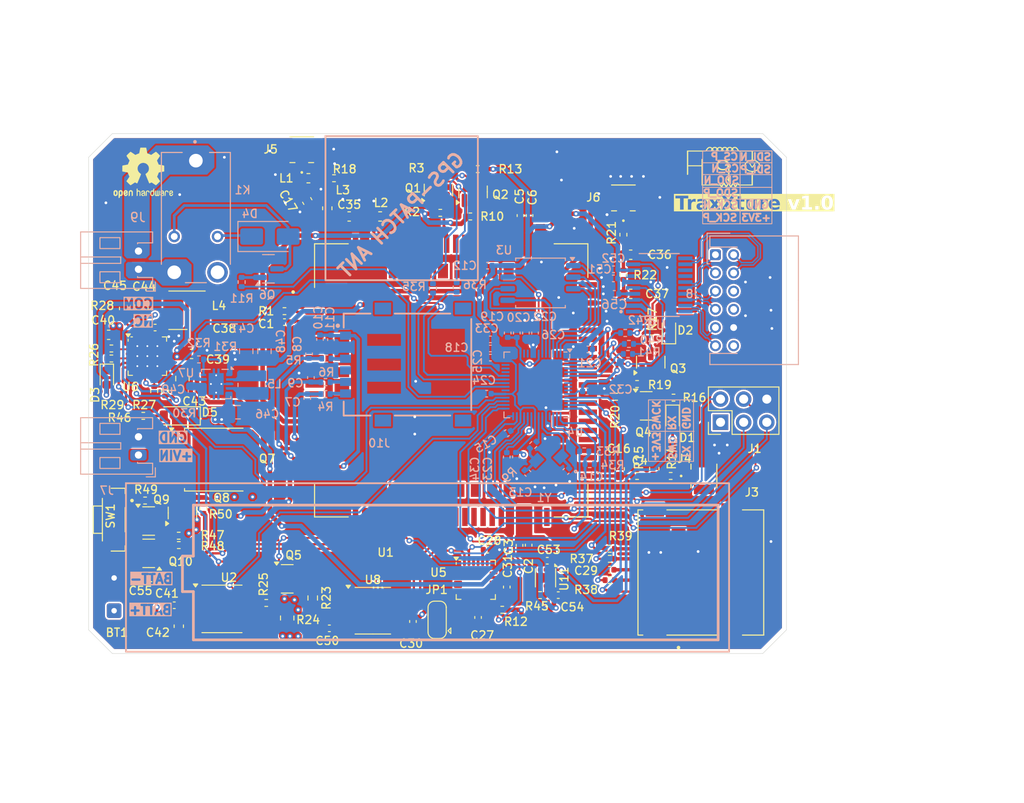
<source format=kicad_pcb>
(kicad_pcb (version 20240108) (generator "pcbnew") (generator_version "8.0")
  (layers (0 "F.Cu" mixed "Top-Sig") (1 "In1.Cu" power "In1-(Gnd)") (2 "In2.Cu" power "In2-(Gnd-Pwr)") (31 "B.Cu" mixed "Bot-(Sig)") (34 "B.Paste" user) (35 "F.Paste" user) (36 "B.SilkS" user "B.Silkscreen") (37 "F.SilkS" user "F.Silkscreen") (38 "B.Mask" user) (39 "F.Mask" user) (44 "Edge.Cuts" user))
  (net 0 "")
  (net 1 "GND")
  (net 2 "Net-(U1A-~{RESET})")
  (net 3 "+GSM_PWR")
  (net 4 "Net-(C4-Pad2)")
  (net 5 "Net-(U1A-USIM_DATA)")
  (net 6 "Net-(U1A-USIM_RST)")
  (net 7 "Net-(U1A-USIM_CLK)")
  (net 8 "/Architectural_diagram/GSM_GPS_CIRCUITRY/USIM_VDD")
  (net 9 "+3V3")
  (net 10 "Net-(C13-Pad2)")
  (net 11 "Net-(U4A-XIN)")
  (net 12 "/Architectural_diagram/GSM_GPS_CIRCUITRY/MAIN_ANT")
  (net 13 "Net-(C17-Pad1)")
  (net 14 "Net-(C17-Pad2)")
  (net 15 "Net-(U4B-VREG_VOUT)")
  (net 16 "/Architectural_diagram/IMU_Sensor/MPU_REGOUT")
  (net 17 "/Architectural_diagram/IMU_Sensor/MPU_CPOUT")
  (net 18 "/Architectural_diagram/GSM_GPS_CIRCUITRY/GPS_ANT")
  (net 19 "Net-(C36-Pad2)")
  (net 20 "/Architectural_diagram/GSM_GPS_CIRCUITRY/AUX_ANT")
  (net 21 "/Architectural_diagram/Power_circuitry/PP_SW")
  (net 22 "Net-(U6-BTST)")
  (net 23 "+VSYS")
  (net 24 "/Architectural_diagram/Power_circuitry/REG18")
  (net 25 "PACK+")
  (net 26 "/Architectural_diagram/Power_circuitry/REGN")
  (net 27 "/Architectural_diagram/Power_circuitry/BMS_PMID")
  (net 28 "Net-(U7-EN)")
  (net 29 "Net-(D1-K)")
  (net 30 "Net-(D2-K)")
  (net 31 "Net-(D3-K)")
  (net 32 "+12V")
  (net 33 "Net-(D4-A)")
  (net 34 "Net-(J3-DAT0)")
  (net 35 "/Architectural_diagram/MCU_GPIO/SPI1_CSn")
  (net 36 "Net-(J3-CMD)")
  (net 37 "Net-(J3-CLK)")
  (net 38 "/Architectural_diagram/Ignition_shutdown/IGN_NC")
  (net 39 "/Architectural_diagram/Ignition_shutdown/IGN_COM")
  (net 40 "Net-(JP1-C)")
  (net 41 "Net-(L1-Pad1)")
  (net 42 "/Architectural_diagram/Power_circuitry/P3V3_SW1")
  (net 43 "/Architectural_diagram/Power_circuitry/P3V3_SW2")
  (net 44 "Net-(Q1-S)")
  (net 45 "/Architectural_diagram/GSM_GPS_CIRCUITRY/GSM_TXD")
  (net 46 "+1V8")
  (net 47 "/Architectural_diagram/GSM_GPS_CIRCUITRY/GSM_RXD")
  (net 48 "Net-(Q2-S)")
  (net 49 "Net-(Q3-C)")
  (net 50 "Net-(Q3-B)")
  (net 51 "Net-(Q4-C)")
  (net 52 "/Architectural_diagram/GSM_GPS_CIRCUITRY/GSM_RDY")
  (net 53 "Net-(Q6-B)")
  (net 54 "Net-(U1A-~{PWRKEY})")
  (net 55 "Net-(U3-~{CS})")
  (net 56 "Net-(U4A-XOUT)")
  (net 57 "/Architectural_diagram/Ignition_shutdown/IGN_DOWN")
  (net 58 "/Architectural_diagram/IMU_Sensor/MPU_INT")
  (net 59 "Net-(J4-Pad1)")
  (net 60 "/Architectural_diagram/GSM_GPS_CIRCUITRY/NET_LIGHT")
  (net 61 "/Architectural_diagram/GSM_GPS_CIRCUITRY/STATUS")
  (net 62 "Net-(J6-Pad1)")
  (net 63 "/Architectural_diagram/Power_circuitry/BG_TS")
  (net 64 "Net-(U6-STAT)")
  (net 65 "/Architectural_diagram/Power_circuitry/BMS_TS")
  (net 66 "/Architectural_diagram/Power_circuitry/BMS_PSEL")
  (net 67 "/Architectural_diagram/Power_circuitry/BB_FB")
  (net 68 "/Architectural_diagram/IMU_Sensor/MPU_SCL")
  (net 69 "/Architectural_diagram/IMU_Sensor/MPU_SDA")
  (net 70 "/Architectural_diagram/MCU_GPIO/UART1_TX")
  (net 71 "/Architectural_diagram/MCU_GPIO/UART1_RX")
  (net 72 "/Architectural_diagram/MCU_GPIO/SPI1_RX")
  (net 73 "/Architectural_diagram/MCU_GPIO/SPI1_SCK")
  (net 74 "/Architectural_diagram/MCU_GPIO/SPI1_TX")
  (net 75 "/Architectural_diagram/MCU_GPIO/SPI0_SCK")
  (net 76 "Net-(U9-1D)")
  (net 77 "/Architectural_diagram/MCU_GPIO/SPI0_TX")
  (net 78 "Net-(U9-2D)")
  (net 79 "Net-(U9-5R)")
  (net 80 "/Architectural_diagram/MCU_GPIO/SPI0_RX")
  (net 81 "/Architectural_diagram/camera_pin_out/CAM_SPI_SDI_D-")
  (net 82 "/Architectural_diagram/camera_pin_out/CAM_SPI_SDI_D+")
  (net 85 "/Architectural_diagram/GSM_GPS_CIRCUITRY/GSM_PWR_EN")
  (net 164 "Net-(U3-IO3)")
  (net 165 "Net-(U3-IO2)")
  (net 166 "Net-(U3-CLK)")
  (net 167 "Net-(U3-DO(IO1))")
  (net 168 "Net-(U3-DI(IO0))")
  (net 170 "PACK_OUT+")
  (net 172 "Net-(Q10-G)")
  (net 173 "/Architectural_diagram/MCU_GPIO/SPI0_CSn")
  (net 193 "/Architectural_diagram/camera_pin_out/CAM_SPI_CS_D-")
  (net 194 "/Architectural_diagram/camera_pin_out/CAM_SPI_CS_D+")
  (net 195 "/Architectural_diagram/camera_pin_out/CAM_SPI_SDO_D+")
  (net 196 "/Architectural_diagram/camera_pin_out/CAM_SPI_SCK_D+")
  (net 198 "/Architectural_diagram/camera_pin_out/CAM_SPI_SCK_D-")
  (net 199 "/Architectural_diagram/camera_pin_out/CAM_SPI_SDO_D-")
  (net 204 "Net-(Q5-D)")
  (net 205 "Net-(D5-A)")
  (net 216 "/Architectural_diagram/GSM_GPS_CIRCUITRY/SIM_RST")
  (net 217 "/Architectural_diagram/GSM_GPS_CIRCUITRY/SIM_CLK")
  (net 218 "/Architectural_diagram/GSM_GPS_CIRCUITRY/SIM_IO")
  (net 219 "/Architectural_diagram/MCU_GPIO/SWD")
  (net 222 "/Architectural_diagram/MCU_GPIO/SWCLK")
  (net 223 "Net-(Q8-G)")
  (net 224 "Net-(Q9-G)")
  (net 225 "Net-(Q10-D)")
  (net 235 "/Architectural_diagram/MCU_GPIO/GPIO20")
  (net 237 "/Architectural_diagram/MCU_GPIO/GPIO23")
  (net 238 "/Architectural_diagram/Power_circuitry/Vin_2")
  (net 239 "/Architectural_diagram/Power_circuitry/Vin")
  (net 241 "/Architectural_diagram/MCU_GPIO/GPIO21")
  (net 242 "/Architectural_diagram/MCU_GPIO/UART0_TX")
  (net 243 "/Architectural_diagram/MCU_GPIO/UART0_RX")
  (net 244 "/Architectural_diagram/RTCC_Circuitry/~{RTCC_RST}")
  (net 245 "/Architectural_diagram/MCU_GPIO/GPIO12")
  (net 247 "+VBATT")
  (net 248 "/Architectural_diagram/GSM_GPS_CIRCUITRY/USIM_DETECT")
  (footprint "Resistor_SMD:R_0402_1005Metric" (layer "F.Cu") (at 156.5 50.5 90)
    (property "Reference" "R21")
    (property "Value" "0R 1%")
  )
  (footprint "Connector_PinHeader_2.54mm:PinHeader_2x03_P2.54mm_Vertical" (layer "F.Cu") (at 167.16 71.1 90)
    (property "Reference" "J1")
    (property "Value" "Conn_01x06")
  )
  (footprint "Resistor_SMD:R_0402_1005Metric" (layer "F.Cu") (at 124.735 44.3 180)
    (property "Reference" "R18")
    (property "Value" "10R 1%")
  )
  (footprint "Capacitor_SMD:C_0402_1005Metric" (layer "F.Cu") (at 145.1 84.62 90)
    (property "Reference" "C3")
    (property "Value" "100nF X7R 16V")
  )
  (footprint "Resistor_SMD:R_0402_1005Metric" (layer "F.Cu") (at 100.3 64.1 180)
    (property "Reference" "R26")
    (property "Value" "470R")
  )
  (footprint "Capacitor_SMD:C_0402_1005Metric" (layer "F.Cu") (at 119.3 60.1)
    (property "Reference" "C1")
    (property "Value" "100nF X7R 16V")
  )
  (footprint "Resistor_SMD:R_0402_1005Metric" (layer "F.Cu") (at 107.69 83.5625 180)
    (property "Reference" "R47")
    (property "Value" "100k")
  )
  (footprint "Resistor_SMD:R_0402_1005Metric" (layer "F.Cu") (at 161.69 77)
    (property "Reference" "R14")
    (property "Value" "0R 1%")
  )
  (footprint "Capacitor_SMD:C_0603_1608Metric" (layer "F.Cu") (at 156.09 76.225 -90)
    (property "Reference" "C16")
    (property "Value" "DNP")
  )
  (footprint "Capacitor_SMD:C_0603_1608Metric" (layer "F.Cu") (at 157.3 52.7 180)
    (property "Reference" "C36")
    (property "Value" "DNP")
  )
  (footprint "Package_SO:TSSOP-14_4.4x5mm_P0.65mm" (layer "F.Cu") (at 112.4375 91.6)
    (property "Reference" "U2")
    (property "Value" "bq34210-Q1")
  )
  (footprint "Package_TO_SOT_SMD:SOT-23" (layer "F.Cu") (at 108.1 81.0625 90)
    (property "Reference" "Q8")
    (property "Value" "CJ3401")
  )
  (footprint "Resistor_SMD:R_0402_1005Metric" (layer "F.Cu") (at 136.8 43.2)
    (property "Reference" "R3")
    (property "Value" "4.7k")
  )
  (footprint "Capacitor_SMD:C_0603_1608Metric" (layer "F.Cu") (at 126.4 48.5)
    (property "Reference" "C35")
    (property "Value" "33pF")
  )
  (footprint "Package_DFN_QFN:Texas_RTW_WQFN-24-1EP_4x4mm_P0.5mm_EP2.7x2.7mm_ThermalVias" (layer "F.Cu") (at 104.25 63.8375)
    (property "Reference" "U6")
    (property "Value" "BQ25601")
  )
  (footprint "Resistor_SMD:R_0402_1005Metric" (layer "F.Cu") (at 107.699313 84.592433 180)
    (property "Reference" "R48")
    (property "Value" "100k")
  )
  (footprint "TL3330AF260QG:SW_TL3330AF260QG" (layer "F.Cu") (at 100.5625 81.8 -90)
    (property "Reference" "SW1")
    (property "Value" "TL3330AF260QG")
  )
  (footprint "Resistor_SMD:R_0402_1005Metric" (layer "F.Cu") (at 143.2 91.7)
    (property "Reference" "R12")
    (property "Value" "10k")
  )
  (footprint "Resistor_SMD:R_0402_1005Metric" (layer "F.Cu") (at 147.35 90.0875)
    (property "Reference" "R45")
    (property "Value" "10K 1%")
  )
  (footprint "Package_TO_SOT_SMD:SOT-23" (layer "F.Cu") (at 119.6 88.3)
    (property "Reference" "Q5")
    (property "Value" "MGSF1N02LT1G")
  )
  (footprint "Inductor_SMD:L_0603_1608Metric" (layer "F.Cu") (at 124 47.6 90)
    (property "Reference" "L3")
    (property "Value" "DNP")
  )
  (footprint "Capacitor_SMD:C_0603_1608Metric" (layer "F.Cu") (at 101.7 58.6 -90)
    (property "Reference" "C45")
    (property "Value" "10uF")
  )
  (footprint "Capacitor_SMD:C_0805_2012Metric" (layer "F.Cu") (at 108.1 66.3 90)
    (property "Reference" "C43")
    (property "Value" "10uF X7R")
  )
  (footprint "Capacitor_SMD:C_0402_1005Metric" (layer "F.Cu") (at 140.547426 92.540261 90)
    (property "Reference" "C27")
    (property "Value" "100nF X7R 16V")
  )
  (footprint "Capacitor_SMD:C_0603_1608Metric" (layer "F.Cu") (at 107.7 93.5 90)
    (property "Reference" "C42")
    (property "Value" "1uF")
  )
  (footprint "Capacitor_SMD:C_0603_1608Metric" (layer "F.Cu") (at 104.6 88.1)
    (property "Reference" "C55")
    (property "Value" "22uF")
  )
  (footprint "Capacitor_SMD:C_0402_1005Metric" (layer "F.Cu") (at 105.1 60.7)
    (property "Reference" "C38")
    (property "Value" "47nF")
  )
  (footprint "Capacitor_SMD:C_0402_1005Metric" (layer "F.Cu") (at 145.2 48.4 -90)
    (property "Reference" "C5")
    (property "Value" "100nF X7R 16V")
  )
  (footprint "Capacitor_SMD:C_0402_1005Metric" (layer "F.Cu") (at 154.98 87.3)
    (property "Reference" "C29")
    (property "Value" "100nF X7R 16V")
  )
  (footprint "Resistor_SMD:R_0402_1005Metric" (layer "F.Cu") (at 106.2 67.7 90)
    (property "Reference" "R27")
    (property "Value" "10k")
  )
  (footprint "Resistor_SMD:R_0402_1005Metric" (layer "F.Cu") (at 155.7 68.3)
    (property "Reference" "R20")
    (property "Value" "1.8k 1%")
  )
  (footprint "SIM7600G:IC_SIM7600G" (layer "F.Cu") (at 137.6 66.5)
    (property "Reference" "U1")
    (property "Value" "SIM7600G")
  )
  (footprint "Resistor_SMD:R_0402_1005Metric" (layer "F.Cu") (at 158 66.9)
    (property "Reference" "R19")
    (property "Value" "1.8k 1%")
  )
  (footprint "Capacitor_SMD:C_0603_1608Metric" (layer "F.Cu") (at 121.8 46.8 -60)
    (property "Reference" "C17")
    (property "Value" "33pF")
  )
  (footprint "Resistor_SMD:R_0402_1005Metric" (layer "F.Cu") (at 100.3 63 180)
    (property "Reference" "R28")
    (property "Value" "10k")
  )
  (footprint "Package_TO_SOT_SMD:TO-252-2" (layer "F.Cu") (at 111.64 75.2025)
    (property "Reference" "Q7")
    (property "Value" "IPD90P03P4L-04-HXY")
  )
  (footprint "Capacitor_SMD:C_0603_1608Metric" (layer "F.Cu") (at 159.89 76.2 -90)
    (property "Reference" "C4")
    (property "Value" "DNP")
  )
  (footprint "Resistor_SMD:R_0402_1005Metric" (layer "F.Cu") (at 155 88.441282 180)
    (property "Reference" "R38")
    (property "Value" "0R")
  )
  (footprint "Resistor_SMD:R_0402_1005Metric" (layer "F.Cu") (at 140.51 43.3)
    (property "Reference" "R13")
    (property "Value" "4.7k")
  )
  (footprint "Package_SON:WSON-6-1EP_2x2mm_P0.65mm_EP1x1.6mm" (layer "F.Cu") (at 147.95 88.1875 -90)
    (property "Reference" "U11")
    (property "Value" "TPS22810DRV")
  )
  (footprint "Package_TO_SOT_SMD:SOT-23" (layer "F.Cu") (at 136.2 45.6 90)
    (property "Reference" "Q1")
    (property "Value" "3416")
  )
  (footprint "Resistor_SMD:R_0402_1005Metric" (layer "F.Cu") (at 139.7 48.5 180)
    (property "Reference" "R10")
    (property "Value" "4.7k")
  )
  (footprint "Capacitor_SMD:C_0402_1005Metric" (layer "F.Cu") (at 143.7 89.2 -90)
    (property "Reference" "C31")
    (property "Value" "100nF X7R 16V")
  )
  (footprint "MSD_10_C:CUI_MSD-10-C" (layer "F.Cu") (at 165 87.6 -90)
    (property "Reference" "J3")
    (property "Value" "MSD-10-C")
  )
  (footprint "Resistor_SMD:R_0402_1005Metric" (layer "F.Cu") (at 117.298816 90.947701)
    (property "Reference" "R25")
    (property "Value" "10k 1%")
  )
  (footprint "Capacitor_SMD:C_0402_1005Metric" (layer "F.Cu") (at 146.2 48.4 -90)
    (property "Reference" "C6")
    (property "Value" "100nF X7R 16V")
  )
  (footprint "Package_TO_SOT_SMD:SOT-23" (layer "F.Cu") (at 159.5 64.5 90)
    (property "Reference" "Q3")
    (property "Value" "MMBT2222A")
  )
  (footprint "Package_TO_SOT_SMD:SOT-23" (layer "F.Cu") (at 104.4 85.5 180)
    (property "Reference" "Q10")
    (property "Value" "AO3400A")
  )
  (footprint "Resistor_SMD:R_0402_1005Metric" (layer "F.Cu") (at 155 86.1 180)
    (property "Reference" "R37")
    (property "Value" "0R")
  )
  (footprint "Package_SO:SOIC-8_3.9x4.9mm_P1.27mm" (layer "F.Cu") (at 129 91.8)
    (property "Reference" "U8")
    (property "Value" "DS3231MZ")
  )
  (footprint "Resistor_SMD:R_0805_2012Metric" (layer "F.Cu") (at 119.59905 92.6 90)
    (property "Reference" "R24")
    (property "Value" "5mR 1% 1watt")
  )
  (footprint "Resistor_SMD:R_0402_1005Metric" (layer "F.Cu") (at 119.3 58.9)
    (property "Reference" "R1")
    (property "Value" "0R 1%")
  )
  (footprint "Connector_Wire:SolderWire-0.1sqmm_1x02_P3.6mm_D0.4mm_OD1mm" (layer "F.Cu") (at 100.6 91.8 90)
    (property "Reference" "BT1")
    (property "Value" "18650 holder")
  )
  (footprint "Jumper:SolderJumper-3_P1.3mm_Bridged12_RoundedPad1.0x1.5mm" (layer "F.Cu") (at 136.0575 92.8 90)
    (property "Reference" "JP1")
    (property "Value" "jumper")
  )
  (footprint "Resistor_SMD:R_0603_1608Metric" (layer "F.Cu") (at 122.4 90.4 90)
    (property "Reference" "R23")
    (property "Value" "24R")
  )
  (footprint "Package_TO_SOT_SMD:SOT-23" (layer "F.Cu") (at 104.39 81.95)
    (property "Reference" "Q9")
    (property "Value" "AO3400A")
  )
  (footprint "Inductor_SMD:L_0603_1608Metric" (layer "F.Cu") (at 121.925 44.3 180)
    (property "Reference" "L1")
    (property "Value" "47nH")
  )
  (footprint "Resistor_SMD:R_0402_1005Metric" (layer "F.Cu") (at 136.4 48.1 180)
    (property "Reference" "R2")
    (property "Value" "4.7k")
  )
  (footprint "U_FL_R_SMT_10_:HRS_U.FL-R-SMT_10_" (layer "F.Cu") (at 165.3375 77)
    (property "Reference" "J4")
    (property "Value" "UFL")
  )
  (footprint "Resistor_SMD:R_0402_1005Metric" (layer "F.Cu") (at 159.6 61.9)
    (property "Reference" "R17")
    (property "Value" "470R 1%")
  )
  (footprint "Symbol:OSHW-Logo2_7.3x6mm_SilkScreen" (layer "F.Cu") (at 103.8 43.7)
    (property "Reference" "REF**" (hide yes))
    (property "Value" "OSHW-Logo2_7.3x6mm_SilkScreen" (hide yes))
  )
  (footprint "Resistor_SMD:R_0402_1005Metric" (layer "F.Cu") (at 155 85 180)
    (property "Reference" "R39")
    (property "Value" "0R")
  )
  (footprint "Capacitor_SMD:C_0805_2012Metric" (layer "F.Cu") (at 103.592188 58.460903 -90)
    (property "Reference" "C44")
    (property "Value" "4.7uF")
  )
  (footprint "U_FL_R_SMT_10_:HRS_U.FL-R-SMT_10_" (layer "F.Cu") (at 156.5 46.4625 90)
    (property "Reference" "J6")
    (property "Value" "UFL")
  )
  (footprint "Inductor_SMD_Wurth:L_Wurth_WE-LQSH-4020" (layer "F.Cu") (at 108.6 58.8 180)
    (property "Reference" "L4")
    (property "Value" "MDA4020-1R0M")
  )
  (footprint "Resistor_SMD:R_0402_1005Metric" (layer "F.Cu") (at 162 68.4)
    (property "Reference" "R16")
    (property "Value" "470R 1%")
  )
  (footprint "LED_SMD:LED_0603_1608Metric" (layer "F.Cu") (at 161.5 61 90)
    (property "Reference" "D2")
    (property "Value" "APHD1608LZGCK")
  )
  (footprint "Capacitor_SMD:C_0402_1005Metric" (layer "F.Cu") (at 141.6 85.1 180)
    (property "Reference" "C28")
    (property "Value" "2.2nF X7R 16V")
  )
  (footprint "Capacitor_SMD:C_0603_1608Metric" (layer "F.Cu") (at 100 61.5)
    (property "Reference" "C40")
    (property "Value" "1uF")
  )
  (footprint "Resistor_SMD:R_0402_1005Metric" (layer "F.Cu") (at 103.8 70.4)
    (property "Reference" "R46")
    (property "Value" "1k")
  )
  (footprint "Resistor_SMD:R_0402_1005Metric" (layer "F.Cu") (at 104 79.7 180)
    (property "Reference" "R49")
    (property "Value" "220k")
  )
  (footprint "Sensor_Motion:InvenSense_QFN-24_4x4mm_P0.5mm" (layer "F.Cu") (at 140.3 88.4)
    (property "Reference" "U5")
    (property "Value" "MPU-6050")
  )
  (footprint "Capacitor_SMD:C_0603_1608Metric" (layer "F.Cu") (at 157.3 57 180)
    (property "Reference" "C37")
    (property "Value" "DNP")
  )
  (footprint "Resistor_SMD:R_0402_1005Metric" (layer "F.Cu") (at 156.5 54.91 90)
    (property "Reference" "R22")
    (property "Value" "0R 1%")
  )
  (footprint "Inductor_SMD:L_0603_1608Metric" (layer "F.Cu") (at 129.8 48.5)
    (property "Reference" "L2")
    (property "Value" "DNP")
  )
  (footprint "Capacitor_SMD:C_0402_1005Metric" (layer "F.Cu") (at 146.1 84.6 90)
    (property "Reference" "C2")
    (property "Value" "100nF X7R 16V")
  )
  (footprint "Package_TO_SOT_SMD:SOT-23" (layer "F.Cu") (at 159 69.3)
    (property "Reference" "Q4")
    (property "Value" "MMBT2222A")
  )
  (footprint "Capacitor_SMD:C_0402_1005Metric" (layer "F.Cu") (at 133.4 92.98 90)
    (property "Reference" "C30")
    (property "Value" "100nF X7R 16V")
  )
  (footprint "Capacitor_SMD:C_0402_1005Metric" (layer "F.Cu") (at 107.2 91.2)
    (property "Reference" "C41")
    (property "Value" "2.2uF")
  )
  (footprint "LED_SMD:LED_0603_1608Metric" (layer "F.Cu") (at 161.9 70.7 -90)
    (property "Reference" "D1")
    (property "Value" "APHD1608LZGCK")
  )
  (footprint "Resistor_SMD:R_0402_1005Metric" (layer "F.Cu") (at 110.4 80.6 -90)
    (property "Reference" "R50")
    (property "Value" "330k")
  )
  (footprint "U_FL_R_SMT_10_:HRS_U.FL-R-SMT_10_" (layer "F.Cu") (at 121.2 41.1625 90)
    (property "Reference" "J5")
    (property "Value" "UFL")
  )
  (footprint "Capacitor_SMD:C_0402_1005Metric" (layer "F.Cu") (at 149.35 90.0875 180)
    (property "Reference" "C54")
    (property "Value" "?F X7R 16V")
  )
  (footprint "Resistor_SMD:R_0402_1005Metric" (layer "F.Cu") (at 105 67.7 -90)
    (property "Reference" "R29")
    (property "Value" "10k")
  )
  (footprint "Diode_SMD:D_SOD-123" (layer "F.Cu") (at 107.7 70.4 180)
    (property "Reference" "D5")
    (property "Value" "SZMMSZ5250BT1G")
  )
  (footprint "Capacitor_SMD:C_0603_1608Metric" (layer "F.Cu") (at 109.1 63.6 180)
    (property "Reference" "C39")
    (property "Value" "4.7uF")
  )
  (footprint "Resistor_SMD:R_0402_1005Metric" (layer "F.Cu") (at 158 77)
    (property "Reference" "R15")
    (property "Value" "0R 1%")
  )
  (footprint "Capacitor_SMD:C_0402_1005Metric" (layer "F.Cu") (at 124.225 93.735)
    (property "Reference" "C50")
    (property "Value" "100nF X7R 16V")
  )
  (footprint "LED_SMD:LED_0603_1608Metric" (layer "F.Cu") (at 99.8 66.2 -90)
    (property "Reference" "D3")
    (property "Value" "APHD1608LZGCK")
  )
  (footprint "Capacitor_SMD:C_0402_1005Metric" (layer "F.Cu") (at 148.141477 86.31091)
    (property "Reference" "C53")
    (property "Value" "?F X7R 16V")
  )
  (footprint "Package_TO_SOT_SMD:SOT-23" (layer "F.Cu") (at 140 45.8 90)
    (property "Reference" "Q2")
    (property "Value" "3416")
  )
  (footprint "LOGO" (layer "F.Cu") (at 167.5 43.1)
    (property "Reference" "G***" (hide yes))
    (property "Value" "LOGO" (hide yes))
  )
  (footprint "Capacitor_SMD:C_0805_2012Metric" (layer "B.Cu") (at 117.1 63.3 -90)
    (property "Reference" "C48")
    (property "Value" "10uF")
  )
  (footprint "SN65LVDT41PW:SOP65P640X120-20N" (layer "B.Cu") (at 160.43 56.025)
    (property "Reference" "U9")
    (property "Value" "SN65LVDT41PW")
  )
  (footprint "Connector_TE-Connectivity:TE_440055-2_1x02_P2.00mm_Horizontal" (layer "B.Cu") (at 103.275 74.7 90)
    (property "Reference" "J7")
    (property "Value" "Conn_01x02")
  )
  (footprint "Capacitor_SMD:C_0402_1005Metric" (layer "B.Cu") (at 143.7 72.3 30)
    (property "Reference" "C15")
    (property "Value" "100nF")
  )
  (footprint "Resistor_SMD:R_0402_1005Metric" (layer "B.Cu") (at 114.6 55.7 90)
    (property "Reference" "R11")
    (property "Value" "910R")
  )
  (footprint "Capacitor_SMD:C_0402_1005Metric" (layer "B.Cu") (at 155.42 54.3)
    (property "Reference" "C52")
    (property "Value" "20pF C0G 16V")
  )
  (footprint "Capacitor_SMD:C_0402_1005Metric" (layer "B.Cu") (at 122.2 66.2 -90)
    (property "Reference" "C9")
    (property "Value" "DNP")
  )
  (footprint "Resistor_SMD:R_0402_1005Metric" (layer "B.Cu") (at 146.6 73.6 45)
    (property "Reference" "R9")
    (property "Value" "1k")
  )
  (footprint "Resistor_SMD:R_0402_1005Metric" (layer "B.Cu") (at 138.2 56.29 -90)
    (property "Reference" "R36")
    (property "Value" "0R")
  )
  (footprint "Capacitor_SMD:C_0402_1005Metric" (layer "B.Cu") (at 155.4 55.3)
    (property "Reference" "C51")
    (property "Value" "20pF C0G 16V")
  )
  (footprint "Resistor_SMD:R_0402_1005Metric" (layer "B.Cu") (at 109.91 64.2 180)
    (property "Reference" "R32")
    (property "Value" "100k")
  )
  (footprint "Capacitor_SMD:C_0402_1005Metric" (layer "B.Cu") (at 121.8 68.48 90)
    (property "Reference" "C7")
    (property "Value" "DNP")
  )
  (footprint "Capacitor_SMD:C_0402_1005Metric" (layer "B.Cu") (at 144.8 61.3 -90)
    (property "Reference" "C20")
    (property "Value" "100nF")
  )
  (footprint "hgo_lib_pl:IND_VLS3012CX-2R2M-1" (layer "B.Cu") (at 115.7 67 90)
    (property "Reference" "L5")
    (property "Value" "VLS3012CX-2R2M-1")
  )
  (footprint "Capacitor_SMD:C_0805_2012Metric" (layer "B.Cu") (at 114.2 70 180)
    (property "Reference" "C46")
    (property "Value" "10uF")
  )
  (footprint "Package_SO:SOIC-8_5.23x5.23mm_P1.27mm" (layer "B.Cu") (at 147.4 55.8 180)
    (property "Reference" "U3")
    (property "Value" "W25Q128JVS")
  )
  (footprint "Capacitor_SMD:C_0402_1005Metric" (layer "B.Cu") (at 152.5 67.7 180)
    (property "Reference" "C32")
    (property "Value" "100nF")
  )
  (footprint "Capacitor_SMD:C_0402_1005Metric" (layer "B.Cu") (at 141.9 64)
    (property "Reference" "C25")
    (property "Value" "100nF")
  )
  (footprint "SIM8060_6_1_14_00_A:GCT_SIM8060-6-1-14-00-A" (layer "B.Cu") (at 132.8 64.765 -90)
    (property "Reference" "J10")
    (property "Value" "SIM8060-6-1-14-00-A")
  )
  (footprint "Connector_TE-Connectivity:TE_440055-2_1x02_P2.00mm_Horizontal" (layer "B.Cu") (at 103.275 54.3 90)
    (property "Reference" "J9")
    (property "Value" "Conn_01x02")
  )
  (footprint "Resistor_SMD:R_0402_1005Metric" (layer "B.Cu") (at 157.1 62.5 180)
    (property "Reference" "R40")
    (property "Value" "0R")
  )
  (footprint "Capacitor_SMD:C_0402_1005Metric" (layer "B.Cu") (at 143.7 74.916055 90)
    (property "Reference" "C34")
    (property "Value" "1uF")
  )
  (footprint "Resistor_SMD:R_0402_1005Metric" (layer "B.Cu") (at 152.2 74.3)
    (property "Reference" "R33")
    (property "Value" "10k 1%")
  )
  (footprint "Capacitor_SMD:C_0402_1005Metric" (layer "B.Cu") (at 141.9 63)
    (property "Reference" "C18")
    (property "Value" "1uF")
  )
  (footprint "Resistor_SMD:R_0402_1005Metric" (layer "B.Cu") (at 123.8 68)
    (property "Reference" "R4")
    (property "Value" "22R 1%")
  )
  (footprint "Package_SON:Texas_DRC0010J_ThermalVias" (layer "B.Cu") (at 111.8 66.9 180)
    (property "Reference" "U7")
    (property "Value" "TPS63000")
  )
  (footprint "Capacitor_SMD:C_0805_2012Metric" (layer "B.Cu") (at 115.1 63.3 -90)
    (property "Reference" "C47")
    (property "Value" "10uF")
  )
  (footprint "Capacitor_SMD:C_0402_1005Metric" (layer "B.Cu") (at 150.2 76.5 45)
    (property "Reference" "C14")
    (property "Value" "15pF")
  )
  (footprint "Resistor_SMD:R_0402_1005Metric" (layer "B.Cu") (at 112.8 64.2 180)
    (property "Reference" "R31")
    (property "Value" "590k")
  )
  (footprint "Capacitor_SMD:C_0402_1005Metric" (layer "B.Cu") (at 143.8 61.3 -90)
    (property "Reference" "C19")
    (property "Value" "100nF")
  )
  (footprint "Capacitor_SMD:C_0402_1005Metric" (layer "B.Cu") (at 155.5 57)
    (property "Reference" "C56")
    (property "Value" "20pF C0G 16V")
  )
  (footprint "A161CS12VDC_64:RELAY_A161CS12VDC_64" (layer "B.Cu") (at 109.575 48.62 -90)
    (property "Reference" "K1")
    (property "Value" "A161CS12VDC.64")
  )
  (footprint "Capacitor_SMD:C_0402_1005Metric" (layer "B.Cu") (at 145.8 61.3 -90)
    (property "Reference" "C22")
    (property "Value" "100nF")
  )
  (footprint "ABM8_272_T3:ABM8-272-T3_ABR" (layer "B.Cu") (at 148.3 75.1 135)
    (property "Reference" "Y1")
    (property "Value" "ABM8-272-T3")
  )
  (footprint "Package_DFN_QFN:QFN-56-1EP_7x7mm_P0.4mm_EP3.2x3.2mm" (layer "B.Cu") (at 147 67 180)
    (property "Reference" "U4")
    (property "Value" "RP2040")
  )
  (footprint "Capacitor_SMD:C_0402_1005Metric" (layer "B.Cu") (at 141.6 53.9)
    (property "Reference" "C12")
    (property "Value" "100nF")
  )
  (footprint "Connector_JST:JST_PHD_S12B-PHDSS_2x06_P2.00mm_Horizontal" (layer "B.Cu") (at 166.6 52.7 -90)
    (property "Reference" "J8")
    (property "Value" "Conn_02x06_Odd_Even")
  )
  (footprint "Capacitor_SMD:C_0402_1005Metric" (layer "B.Cu") (at 122 63.6 -90)
    (property "Reference" "C8")
    (property "Value" "DNP")
  )
  (footprint "Capacitor_SMD:C_0402_1005Metric" (layer "B.Cu") (at 109.1 67.7 90)
    (property "Reference" "C49")
    (property "Value" "100nF")
  )
  (footprint "Capacitor_SMD:C_0402_1005Metric" (layer "B.Cu") (at 141.5 67.9625)
    (property "Reference" "C24")
    (property "Value" "100nF")
  )
  (footprint "Capacitor_SMD:C_0402_1005Metric" (layer "B.Cu") (at 146 76.7 135)
    (property "Reference" "C13")
    (property "Value" "15pF")
  )
  (footprint "Resistor_SMD:R_0402_1005Metric" (layer "B.Cu") (at 152.8 75.7 180)
    (property "Reference" "R34")
    (property "Value" "10k 1%")
  )
  (footprint "Diode_SMD:D_SMA" (layer "B.Cu") (at 117.7 50.7)
    (property "Reference" "D4")
    (property "Value" "M7")
  )
  (footprint "Resistor_SMD:R_0402_1005Metric" (layer "B.Cu") (at 157 63.6 180)
    (property "Reference" "R41")
    (property "Value" "0R")
  )
  (footprint "Resistor_SMD:R_0402_1005Metric" (layer "B.Cu") (at 123.8 66.7)
    (property "Reference" "R6")
    (property "Value" "22R 1%")
  )
  (footprint "Capacitor_SMD:C_0402_1005Metric" (layer "B.Cu") (at 141.9 62)
    (property "Reference" "C33")
    (property "Value" "100nF")
  )
  (footprint "Capacitor_SMD:C_0402_1005Metric" (layer "B.Cu") (at 144.7 74.9 90)
    (property "Reference" "C23")
    (property "Value" "100nF")
  )
  (footprint "Resistor_SMD:R_0402_1005Metric" (layer "B.Cu") (at 135.6 56.4 -90)
    (property "Reference" "R35")
    (property "Value" "0R")
  )
  (footprint "Capacitor_SMD:C_0402_1005Metric" (layer "B.Cu") (at 152.62 63.1)
    (property "Reference" "C21")
    (property "Value" "100nF")
  )
  (footprint "Capacitor_SMD:C_0402_1005Metric" (layer "B.Cu") (at 146.8 61.3 -90)
    (property "Reference" "C26")
    (property "Value" "100nF")
  )
  (footprint "Capacitor_SMD:C_0402_1005Metric" (layer "B.Cu") (at 123.2 62 90)
    (property "Reference" "C10")
    (property "Value" "100nF X7R 16V")
  )
  (footprint "Resistor_SMD:R_0402_1005Metric" (layer "B.Cu") (at 111.09 70)
    (property "Reference" "R30")
    (property "Value" "100R")
  )
  (footprint "Resistor_SMD:R_0402_1005Metric" (layer "B.Cu") (at 123.9 64.1)
    (property "Reference" "R5")
    (property "Value" "22R 1%")
  )
  (footprint "Capacitor_SMD:C_0402_1005Metric" (layer "B.Cu") (at 124.4 62.02 90)
    (property "Reference" "C11")
    (property "Value" "33pF X7R 16V")
  )
  (footprint "Resistor_SMD:R_0402_1005Metric" (layer "B.Cu") (at 156.7 61.3 180)
    (property "Reference" "R42")
    (property "Value" "0R")
  )
  (footprint "Package_TO_SOT_SMD:SOT-23" (layer "B.Cu") (at 117.5375 54.25)
    (property "Reference" "Q6")
    (property "Value" "MMBT2222A")
  )
  (gr_poly (pts (xy 102.618751 62.7) (xy 102.7 62.618751) (xy 102.7 62.359965) (xy 102.790012 62.269953) (xy 102.869953 62.269953) (xy 102.886306 62.286306) (xy 103.086067 62.286306) (xy 103.127559 62.244814) (xy 103.127559 61.427559) (xy 102.7 61) (xy 101.6 61) (xy 101.6 60.4) (xy 101.312705 60.112705) (xy 100.4 60.113216) (xy 100.1 60.309776) (xy 100.1 61.1) (xy 100.1 61.9) (xy 100.3 62.1) (xy 101.4 62.1) (xy 101.7 62.4) (xy 101.7 62.6) (xy 101.8 62.7)) (fill solid) (layer "F.Cu") (net 238))
  (gr_poly (pts (xy 108.6 85.0625) (xy 108.9 84.7625) (xy 108.9 83.7625) (xy 109.2 83.4625) (xy 109.7 83.4625) (xy 110.1 83.0625) (xy 110.1 81.5625) (xy 109.6 81.0625) (xy 108.7 81.0625) (xy 108.5 81.2625) (xy 108.5 82.5625) (xy 108.2 82.8625) (xy 107.8 82.8625) (xy 107.7 82.9625) (xy 107.7 84.8625) (xy 107.9 85.0625)) (fill solid) (layer "F.Cu") (net 25))
  (gr_poly (pts (xy 146.3 80.2) (xy 146.5 80.4) (xy 146.5 84.4) (xy 146.4 84.5) (xy 144.8 84.5) (xy 144.7 84.4) (xy 144.7 80.4) (xy 144.9 80.2)) (fill solid) (layer "F.Cu") (net 3))
  (gr_poly (pts (xy 106.762956 64.462956) (xy 107.1 64.8) (xy 108.8 64.8) (xy 109.1 65.1) (xy 109.1 65.9) (xy 108.9 66.1) (xy 107.4 66.1) (xy 106.9 65.6) (xy 106.9 65.4) (xy 106.752693 65.252693) (xy 105.873414 65.252693) (xy 105.8 65.179279) (xy 105.8 64.555929) (xy 105.892973 64.462956)) (fill solid) (layer "F.Cu") (net 170))
  (gr_poly (pts (xy 149.25 90.3875) (xy 149.25 89.3875) (xy 148.75 88.8875) (xy 148.45 88.8875) (xy 148.35 88.9875) (xy 148.35 90.2875) (xy 148.55 90.4875) (xy 149.15 90.4875)) (fill solid) (layer "F.Cu") (net 23))
  (gr_poly (pts (xy 144.7 48.7) (xy 144.9 48.5) (xy 146.5 48.5) (xy 146.6 48.6) (xy 146.6 52.7) (xy 146.4 52.9) (xy 144.9 52.9) (xy 144.7 52.7)) (fill solid) (layer "F.Cu") (net 3))
  (gr_poly (pts (xy 120.2 93) (xy 120.4 93.2) (xy 120.4 93.9) (xy 120.6 94.1) (xy 120.9 94.1) (xy 121.2 94.4) (xy 121.2 94.9) (xy 121.1 95) (xy 119 95) (xy 118.7 94.7) (xy 118.7 93.1) (xy 118.8 93)) (fill solid) (layer "F.Cu") (net 25))
  (gr_poly (pts (xy 147.4 84.5) (xy 148.2 85.3) (xy 148.2 86.7) (xy 148.3 86.8) (xy 148.3 87.4) (xy 148.4 87.5) (xy 149 87.5) (xy 149.1 87.4) (xy 149.1 84.8) (xy 147.8 83.5) (xy 144.7 83.5) (xy 144.57718 83.62282) (xy 144.590653 84.390653) (xy 144.7 84.5)) (fill solid) (layer "F.Cu") (net 3))
  (gr_poly (pts (xy 104.9 61.3) (xy 105.2 61) (xy 105.2 60.2) (xy 105.4 60) (xy 105.8 60) (xy 106 59.8) (xy 106 57.3) (xy 106.5 56.8) (xy 107.9 56.8) (xy 108.2 57.1) (xy 108.2 60.4) (xy 107.8 60.8) (xy 106.3 60.8) (xy 105.6 61.5) (xy 105.6 62.2) (xy 105.518414 62.281586) (xy 104.981586 62.281586) (xy 104.9 62.2)) (fill solid) (layer "F.Cu") (net 21))
  (gr_poly (pts (xy 119.1 92.4) (xy 121 92.4) (xy 121.2 92.2) (xy 121.2 90.5) (xy 120.8 90.1) (xy 118.8 90.1) (xy 118.6 90.3) (xy 118.6 91.5) (xy 118.8 91.7) (xy 118.8 92.1)) (fill solid) (layer "F.Cu") (net 247))
  (gr_poly (pts (xy 107.133552 63.466448) (xy 107.3 63.3) (xy 107.3 62.9) (xy 107.4 62.8) (xy 108.3 62.8) (xy 109 62.1) (xy 109 57.2) (xy 109.5 56.7) (xy 110.9 56.7) (xy 111.1 56.9) (xy 111.1 61.4) (xy 110.1 62.4) (xy 109.6 62.4) (xy 109.1 62.9) (xy 109.1 64.1) (xy 108.9 64.3) (xy 107.2 64.3) (xy 107.1 64.2) (xy 105.853257 64.2) (xy 105.795749 64.142492) (xy 105.795749 63.528776) (xy 105.856203 63.466331)) (fill solid) (layer "F.Cu") (net 23))
  (gr_poly (pts (xy 104.7 74) (xy 105.4 74.7) (xy 105.4 75.3) (xy 105.7 75.6) (xy 107.8 75.6) (xy 108.2 76) (xy 108.2 77.3) (xy 107.8 77.7) (xy 105.4 77.7) (xy 105 77.3) (xy 105 76.3) (xy 104.7 76) (xy 102.4 76) (xy 102 75.6) (xy 102 74.2) (xy 102.2 74)) (fill solid) (layer "F.Cu") (net 239))
  (gr_poly (pts (xy 110.597899 66.774966) (xy 110.771239 66.948306) (xy 110.771239 68.028761) (xy 110.5 68.3) (xy 110.5 69) (xy 110.9 69.4) (xy 110.9 70.4) (xy 110.7 70.6) (xy 110 70.6) (xy 109.8 70.4) (xy 109.8 67.8) (xy 109.6 67.6) (xy 108.7 67.6) (xy 108.5 67.4) (xy 108.5 66.9) (xy 108.7 66.7) (xy 109.5 66.7) (xy 109.574789 66.774789)) (fill solid) (layer "B.Cu") (net 28))
  (gr_poly (pts (xy 104.1 53.1) (xy 104.5 52.7) (xy 104.5 46.1) (xy 106.7 43.9) (xy 110.8 43.9) (xy 111.6 43.1) (xy 111.6 41.4) (xy 110.9 40.7) (xy 105.2 40.7) (xy 101.7 44.2) (xy 101.7 52.8) (xy 102 53.1)) (fill solid) (layer "B.Cu") (net 39))
  (gr_poly (pts (xy 144.9 64) (xy 144.9 63.1) (xy 144.6 62.8) (xy 143.2 62.8) (xy 142.9 62.5) (xy 142.9 61.8) (xy 142.6 61.5) (xy 142.2 61.5) (xy 142 61.7) (xy 142 64.1) (xy 142.399999 64.499999) (xy 144.100001 64.499999) (xy 144.2 64.4) (xy 144.2 64.3) (xy 144.3 64.2) (xy 144.7 64.2)) (fill solid) (layer "B.Cu") (net 9))
  (gr_poly (pts (xy 112.9 66.271042) (xy 113.928958 66.271042) (xy 114.1 66.1) (xy 114.1 65.6) (xy 114.3 65.4) (xy 117.2 65.4) (xy 117.3 65.5) (xy 117.3 66.5) (xy 117.2 66.6) (xy 113.7 66.6) (xy 113.641776 66.541776) (xy 113.641776 66.53917) (xy 113.626569 66.523963) (xy 112.923963 66.523963) (xy 112.9 66.5)) (fill solid) (layer "B.Cu") (net 43))
  (gr_poly (pts (xy 118.3 63.2) (xy 118.7 63.6) (xy 118.7 64.5) (xy 118.3 64.9) (xy 113.8 64.9) (xy 113.6 65.1) (xy 113.6 65.913824) (xy 113.495238 66.018586) (xy 112.918586 66.018586) (xy 112.9 66) (xy 112.9 65.7) (xy 113 65.6) (xy 113 63.6) (xy 113.4 63.2)) (fill solid) (layer "B.Cu") (net 9))
  (gr_poly (pts (xy 105.9 53.5) (xy 106.2 53.2) (xy 108.5 53.2) (xy 109.1 53.8) (xy 109.1 55.7) (xy 108.7 56.1) (xy 105.9 56.1) (xy 105.1 55.3) (xy 102.2 55.3) (xy 101.9 55) (xy 101.9 53.7) (xy 102.1 53.5)) (fill solid) (layer "B.Cu") (net 38))
  (gr_poly (pts (xy 112.897793 67.748703) (xy 113.5 67.748703) (xy 113.6 67.848703) (xy 113.6 69.2) (xy 113.9 69.5) (xy 113.9 71) (xy 113.7 71.2) (xy 111.5 71.2) (xy 111.3 71) (xy 111.3 69.5) (xy 111.4 69.4) (xy 112.4 69.4) (xy 112.8 69) (xy 112.8 67.856123) (xy 112.900658 67.755465) (xy 112.897793 67.7526)) (fill solid) (layer "B.Cu") (net 23))
  (gr_poly (pts (xy 117.556191 67.235571) (xy 117.556191 68.435571) (xy 117.356191 68.635571) (xy 114.256191 68.635571) (xy 113.956191 68.335571) (xy 113.956191 67.835571) (xy 113.656191 67.535571) (xy 112.956191 67.535571) (xy 112.856191 67.435571) (xy 112.856191 67.235571)) (fill solid) (layer "B.Cu") (net 42))
  (gr_poly (pts (xy 146.382594 64.042388) (xy 146.861228 64.042388) (xy 146.9 64.003616) (xy 146.9 62.8) (xy 147.3 62.4) (xy 147.3 61.7) (xy 147.1 61.5) (xy 145.6 61.5) (xy 145.4 61.7) (xy 145.4 62.2) (xy 145.7 62.5) (xy 146.1 62.5) (xy 146.3 62.7) (xy 146.3 63.959794)) (fill solid) (layer "B.Cu") (net 9))
  (gr_line (start 161.1 68.7) (end 161.1 75.3) (stroke (width 0.1)) (layer "B.SilkS"))
  (gr_rect (start 123.8 39.674625) (end 140.525375 55.5) (stroke (width 0.2)) (fill none) (layer "B.SilkS"))
  (gr_line (start 172.8 45.3) (end 165.2 45.3) (stroke (width 0.1)) (layer "B.SilkS"))
  (gr_line (start 109.3 85.8) (end 109.3 80.2) (stroke (width 0.3)) (layer "B.SilkS"))
  (gr_line (start 166.9 95) (end 109.3 95) (stroke (width 0.3)) (layer "B.SilkS"))
  (gr_line (start 165.2 43.9) (end 172.8 43.9) (stroke (width 0.1)) (layer "B.SilkS"))
  (gr_line (start 165.2 46.6) (end 172.8 46.6) (stroke (width 0.1)) (layer "B.SilkS"))
  (gr_line (start 162.7 68.7) (end 162.7 75.4) (stroke (width 0.1)) (layer "B.SilkS"))
  (gr_line (start 169.31 41.315022) (end 169.31 49.284978) (stroke (width 0.1)) (layer "B.SilkS"))
  (gr_rect (start 159.252707 68.647291) (end 164.2 75.4) (stroke (width 0.1)) (fill none) (layer "B.SilkS"))
  (gr_line (start 172.6 47.9) (end 165.2 47.9) (stroke (width 0.1)) (layer "B.SilkS"))
  (gr_rect (start 165.2 41.301983) (end 172.798017 49.3) (stroke (width 0.1)) (fill none) (layer "B.SilkS"))
  (gr_line (start 172.8 42.6) (end 165.2 42.6) (stroke (width 0.1)) (layer "B.SilkS"))
  (gr_rect (start 101.9 77.8) (end 168.1 96.3) (stroke (width 0.2)) (fill none) (layer "B.SilkS"))
  (gr_line (start 109.3 80.2) (end 166.9 80.2) (stroke (width 0.3)) (layer "B.SilkS"))
  (gr_line (start 108.1 85.8) (end 109.3 85.8) (stroke (width 0.3)) (layer "B.SilkS"))
  (gr_line (start 108.1 89.7) (end 108.1 85.8) (stroke (width 0.3)) (layer "B.SilkS"))
  (gr_line (start 109.3 95) (end 109.3 89.7) (stroke (width 0.3)) (layer "B.SilkS"))
  (gr_line (start 166.9 80.2) (end 166.9 95) (stroke (width 0.3)) (layer "B.SilkS"))
  (gr_line (start 109.3 89.7) (end 108.1 89.7) (stroke (width 0.3)) (layer "B.SilkS"))
  (gr_line (start 159.35 72.1) (end 164.25 72.1) (stroke (width 0.1)) (layer "B.SilkS"))
  (gr_line (start 171.8 39.4) (end 174.395283 41.995283) (stroke (width 0.05)) (layer "Edge.Cuts"))
  (gr_line (start 100.4 39.4) (end 171.8 39.4) (stroke (width 0.05)) (layer "Edge.Cuts"))
  (gr_line (start 97.8 93.9) (end 97.8 42) (stroke (width 0.05)) (layer "Edge.Cuts"))
  (gr_line (start 171.8 96.5) (end 100.4 96.5) (stroke (width 0.05)) (layer "Edge.Cuts"))
  (gr_line (start 174.4 42) (end 174.4 93.9) (stroke (width 0.05)) (layer "Edge.Cuts"))
  (gr_line (start 174.4 93.9) (end 171.8 96.5) (stroke (width 0.05)) (layer "Edge.Cuts"))
  (gr_line (start 100.400388 39.399611) (end 97.799611 42.000388) (stroke (width 0.05)) (layer "Edge.Cuts"))
  (gr_line (start 100.4 96.5) (end 97.8 93.9) (stroke (width 0.05)) (layer "Edge.Cuts"))
  (gr_text "SCK_N" (at 169.2 47.7 0) (layer "B.SilkS") (effects (font (size 0.8 0.8) (thickness 0.2) (bold yes)) (justify left bottom mirror)))
  (gr_text "SDO_N" (at 169.3 45 0) (layer "B.SilkS") (effects (font (size 0.8 0.8) (thickness 0.2) (bold yes)) (justify left bottom mirror)))
  (gr_text "SWD" (at 161.4 75.3 -90) (layer "B.SilkS") (effects (font (size 0.8 0.8) (thickness 0.2) (bold yes)) (justify left bottom mirror)))
  (gr_text "+VIN" (at 109.383023 75.376138 0) (layer "B.SilkS" knockout) (effects (font (size 1 1) (thickness 0.3) (bold yes)) (justify left bottom mirror)))
  (gr_text "SDO_P" (at 169.2 46.4 0) (layer "B.SilkS") (effects (font (size 0.8 0.8) (thickness 0.2) (bold yes)) (justify left bottom mirror)))
  (gr_text "BATT-" (at 107.2 88.9 0) (layer "B.SilkS" knockout) (effects (font (size 1 1) (thickness 0.3) (bold yes)) (justify left bottom mirror)))
  (gr_text "GPS-PATCH ANT" (at 139.4 42.3 45) (layer "B.SilkS") (effects (font (size 1.5 1.5) (thickness 0.3) (bold yes)) (justify left bottom mirror)))
  (gr_text "SCK_P" (at 169.1 49.1 0) (layer "B.SilkS") (effects (font (size 0.8 0.8) (thickness 0.2) (bold yes)) (justify left bottom mirror)))
  (gr_text "GND" (at 162.9 72 -90) (layer "B.SilkS") (effects (font (size 0.8 0.8) (thickness 0.2) (bold yes)) (justify left bottom mirror)))
  (gr_text "NC" (at 105 60.6 0) (layer "B.SilkS" knockout) (effects (font (size 1 1) (thickness 0.25) (bold yes)) (justify left bottom mirror)))
  (gr_text "GND" (at 172.6 47.7 0) (layer "B.SilkS") (effects (font (size 0.8 0.8) (thickness 0.2) (bold yes)) (justify left bottom mirror)))
  (gr_text "CS_P" (at 169.2 42.4 0) (layer "B.SilkS") (effects (font (size 0.8 0.8) (thickness 0.2) (bold yes)) (justify left bottom mirror)))
  (gr_text "BATT+" (at 107.1 92.3 0) (layer "B.SilkS" knockout) (effects (font (size 1 1) (thickness 0.3) (bold yes)) (justify left bottom mirror)))
  (gr_text "SDI_P" (at 172.8 43.8 0) (layer "B.SilkS") (effects (font (size 0.8 0.8) (thickness 0.2) (bold yes)) (justify left bottom mirror)))
  (gr_text "COM" (at 105 58.7 0) (layer "B.SilkS" knockout) (effects (font (size 1 1) (thickness 0.25) (bold yes)) (justify left bottom mirror)))
  (gr_text "+3V3" (at 159.6 75.5 -90) (layer "B.SilkS") (effects (font (size 0.8 0.8) (thickness 0.2) (bold yes)) (justify left bottom mirror)))
  (gr_text "SWCK" (at 159.6 72.1 -90) (layer "B.SilkS") (effects (font (size 0.8 0.8) (thickness 0.2) (bold yes)) (justify left bottom mirror)))
  (gr_text "TX" (at 162.9 75.2 -90) (layer "B.SilkS") (effects (font (size 0.8 0.8) (thickness 0.2) (bold yes)) (justify left bottom mirror)))
  (gr_text "SDI_N" (at 172.816238 42.42583 0) (layer "B.SilkS") (effects (font (size 0.8 0.8) (thickness 0.2) (bold yes)) (justify left bottom mirror)))
  (gr_text "+3V3" (at 172.8 49.1 0) (layer "B.SilkS") (effects (font (size 0.8 0.8) (thickness 0.2) (bold yes)) (justify left bottom mirror)))
  (gr_text "GND" (at 108.8 73.4 0) (layer "B.SilkS" knockout) (effects (font (size 1 1) (thickness 0.3) (bold yes)) (justify left bottom mirror)))
  (gr_text "RX" (at 161.3 72.1 -90) (layer "B.SilkS") (effects (font (size 0.8 0.8) (thickness 0.2) (bold yes)) (justify left bottom mirror)))
  (gr_text "CS_N" (at 169.3 43.7 0) (layer "B.SilkS") (effects (font (size 0.8 0.8) (thickness 0.2) (bold yes)) (justify left bottom mirror)))
  (gr_text "TraxXture v1.0" (at 162.2 48 0) (layer "F.SilkS" knockout) (effects (font (size 1.5 1.5) (thickness 0.3) (bold yes)) (justify left bottom)))
  (via (at 161.2 56.5) (size 0.6) (drill 0.3) (layers "F.Cu" "B.Cu") (net 1))
  (via (at 147.8 78.3) (size 0.6) (drill 0.3) (layers "F.Cu" "B.Cu") (net 1))
  (via (at 148.2 71.5) (size 0.6) (drill 0.3) (layers "F.Cu" "B.Cu") (net 1))
  (via (at 107.8 46.1) (size 0.6) (drill 0.3) (layers "F.Cu" "B.Cu") (net 1))
  (via (at 151.1 49.8) (size 0.6) (drill 0.3) (layers "F.Cu" "B.Cu") (net 1))
  (via (at 164.7 85.3) (size 0.6) (drill 0.3) (layers "F.Cu" "B.Cu") (net 1))
  (via (at 121 48) (size 0.6) (drill 0.3) (layers "F.Cu" "B.Cu") (net 1))
  (via (at 151 59.1) (size 0.6) (drill 0.3) (layers "F.Cu" "B.Cu") (net 1))
  (via (at 149.7 44.5) (size 0.6) (drill 0.3) (layers "F.Cu" "B.Cu") (net 1))
  (via (at 99.7 47) (size 0.6) (drill 0.3) (layers "F.Cu" "B.Cu") (net 1))
  (via (at 155.1 44.1) (size 0.6) (drill 0.3) (layers "F.Cu" "B.Cu") (net 1))
  (via (at 154.7 48.3) (size 0.6) (drill 0.3) (layers "F.Cu" "B.Cu") (net 1))
  (via (at 106.6 61.7) (size 0.6) (drill 0.3) (layers "F.Cu" "B.Cu") (net 1))
  (via (at 151 62.8) (size 0.6) (drill 0.3) (layers "F.Cu" "B.Cu") (net 1))
  (via (at 117.7 41.3) (size 0.6) (drill 0.3) (layers "F.Cu" "B.Cu") (net 1))
  (via (at 172.8 60.8) (size 0.6) (drill 0.3) (layers "F.Cu" "B.Cu") (net 1))
  (via (at 159.3 85.4) (size 0.6) (drill 0.3) (layers "F.Cu" "B.Cu") (net 1))
  (via (at 147.5 53.5) (size 0.6) (drill 0.3) (layers "F.Cu" "B.Cu") (net 1))
  (via (at 155.1 53.1) (size 0.6) (drill 0.3) (layers "F.Cu" "B.Cu") (net 1))
  (via (at 123.3 45.5) (size 0.6) (drill 0.3) (layers "F.Cu" "B.Cu") (net 1))
  (via (at 156.2 44.1) (size 0.6) (drill 0.3) (layers "F.Cu" "B.Cu") (net 1))
  (via (at 150.6 77.6) (size 0.6) (drill 0.3) (layers "F.Cu" "B.Cu") (net 1))
  (via (at 124.7 41.1) (size 0.6) (drill 0.3) (layers "F.Cu" "B.Cu") (net 1))
  (via (at 172.6 55.2) (size 0.6) (drill 0.3) (layers "F.Cu" "B.Cu") (net 1))
  (via (at 129.1 46.8) (size 0.6) (drill 0.3) (layers "F.Cu" "B.Cu") (net 1))
  (via (at 154.7 48.3) (size 0.6) (drill 0.3) (layers "F.Cu" "B.Cu") (net 1))
  (via (at 159.3 52.7) (size 0.6) (drill 0.3) (layers "F.Cu" "B.Cu") (net 1))
  (via (at 153.8 46) (size 0.6) (drill 0.3) (layers "F.Cu" "B.Cu") (net 1))
  (via (at 120.9 65.7) (size 0.6) (drill 0.3) (layers "F.Cu" "B.Cu") (net 1))
  (via (at 146.8 78.2) (size 0.6) (drill 0.3) (layers "F.Cu" "B.Cu") (net 1))
  (via (at 154.3 57) (size 0.6) (drill 0.3) (layers "F.Cu" "B.Cu") (net 1))
  (via (at 149.2 41.4) (size 0.6) (drill 0.3) (layers "F.Cu" "B.Cu") (net 1))
  (via (at 159.5 55.7) (size 0.6) (drill 0.3) (layers "F.Cu" "B.Cu") (net 1))
  (via (at 167.9 73.6) (size 0.6) (drill 0.3) (layers "F.Cu" "B.Cu") (net 1))
  (via (at 112.7 42) (size 0.6) (drill 0.3) (layers "F.Cu" "B.Cu") (net 1))
  (via (at 167 74.5) (size 0.6) (drill 0.3) (layers "F.Cu" "B.Cu") (net 1))
  (via (at 154.6 58.9) (size 0.6) (drill 0.3) (layers "F.Cu" "B.Cu") (net 1))
  (via (at 124.8 42.7) (size 0.6) (drill 0.3) (layers "F.Cu" "B.Cu") (net 1))
  (via (at 172.7 84.2) (size 0.6) (drill 0.3) (layers "F.Cu" "B.Cu") (net 1))
  (via (at 146.5 59.9) (size 0.6) (drill 0.3) (layers "F.Cu" "B.Cu") (net 1))
  (via (at 157.4 44.1) (size 0.6) (drill 0.3) (layers "F.Cu" "B.Cu") (net 1))
  (via (at 110.8 63.2) (size 0.6) (drill 0.3) (layers "F.Cu" "B.Cu") (net 1))
  (via (at 148 69.5) (size 0.6) (drill 0.3) (layers "F.Cu" "B.Cu") (net 1))
  (via (at 142.9 85.1) (size 0.6) (drill 0.3) (layers "F.Cu" "B.Cu") (net 1))
  (via (at 160.6 85.4) (size 0.6) (drill 0.3) (layers "F.Cu" "B.Cu") (net 1))
  (via (at 166.5 73.6) (size 0.6) (drill 0.3) (layers "F.Cu" "B.Cu") (net 1))
  (via (at 118.3 43.9) (size 0.6) (drill 0.3) (layers "F.Cu" "B.Cu") (net 1))
  (via (at 172.7 58.8) (size 0.6) (drill 0.3) (layers "F.Cu" "B.Cu") (net 1))
  (via (at 160.5 46.4) (size 0.6) (drill 0.3) (layers "F.Cu" "B.Cu") (net 1))
  (via (at 125.7 46.6) (size 0.6) (drill 0.3) (layers "F.Cu" "B.Cu") (net 1))
  (via (at 127.5 46.7) (size 0.6) (drill 0.3) (layers "F.Cu" "B.Cu") (net 1))
  (via (at 154.4 67.4) (size 0.6) (drill 0.3) (layers "F.Cu" "B.Cu") (net 1))
  (via (at 154.1 55.2) (size 0.6) (drill 0.3) (layers "F.Cu" "B.Cu") (net 1))
  (via (at 149.4 57.4) (size 0.6) (drill 0.3) (layers "F.Cu" "B.Cu") (net 1))
  (via (at 107.7 61.6) (size 0.6) (drill 0.3) (layers "F.Cu" "B.Cu") (net 1))
  (via (at 133.7 66.6) (size 0.6) (drill 0.3) (layers "F.Cu" "B.Cu") (net 1))
  (via (at 161.3 54.1) (size 0.6) (drill 0.3) (layers "F.Cu" "B.Cu") (net 1))
  (via (at 141.8 74.4) (size 0.6) (drill 0.3) (layers "F.Cu" "B.Cu") (net 1))
  (via (at 149.1 78) (size 0.6) (drill 0.3) (layers "F.Cu" "B.Cu") (net 1))
  (via (at 133.6 72.4) (size 0.6) (drill 0.3) (layers "F.Cu" "B.Cu") (net 1))
  (via (at 133.6 70.5) (size 0.6) (drill 0.3) (layers "F.Cu" "B.Cu") (net 1))
  (via (at 154.7 60) (size 0.6) (drill 0.3) (layers "F.Cu" "B.Cu") (net 1))
  (via (at 145.662426 59.891587) (size 0.6) (drill 0.3) (layers "F.Cu" "B.Cu") (net 1))
  (via (at 144.8 77.3) (size 0.6) (drill 0.3) (layers "F.Cu" "B.Cu") (net 1))
  (via (at 169.9 59.4) (size 0.6) (drill 0.3) (layers "F.Cu" "B.Cu") (net 1))
  (via (at 154.3 56.2) (size 0.6) (drill 0.3) (layers "F.Cu" "B.Cu") (net 1))
  (via (at 119.4 47) (size 0.6) (drill 0.3) (layers "F.Cu" "B.Cu") (net 1))
  (via (at 147.9 72.9) (size 0.6) (drill 0.3) (layers "F.Cu" "B.Cu") (net 1))
  (via (at 169.9 55.7) (size 0.6) (drill 0.3) (layers "F.Cu" "B.Cu") (net 1))
  (via (at 153.9 54.2) (size 0.6) (drill 0.3) (layers "F.Cu" "B.Cu") (net 1))
  (via (at 107.2 62.2) (size 0.6) (drill 0.3) (layers "F.Cu" "B.Cu") (net 1))
  (via (at 158.7 44.1) (size 0.6) (drill 0.3) (layers "F.Cu" "B.Cu") (net 1))
  (segment (start 148 71.3) (end 148.2 71.5) (width 0.2) (layer "B.Cu") (net 1))
  (segment (start 148 70.4375) (end 148 69.5) (width 0.2) (layer "B.Cu") (net 1))
  (segment (start 113.2 66.9) (end 112.375 66.9) (width 0.2) (layer "B.Cu") (net 1))
  (segment (start 148 70.4375) (end 148 71.3) (width 0.2) (layer "B.Cu") (net 1))
  (segment (start 120.5 60) (end 120.4 60.1) (width 0.3) (layer "F.Cu") (net 2))
  (segment (start 120.4 60.1) (end 119.78 60.1) (width 0.3) (layer "F.Cu") (net 2))
  (segment (start 122.6 60) (end 120.5 60) (width 0.3) (layer "F.Cu") (net 2))
  (segment (start 147.62 48.88) (end 146.2 48.88) (width 0.5) (layer "F.Cu") (net 3))
  (segment (start 152.9 43.1) (end 154.3 41.7) (width 0.5) (layer "F.Cu") (net 3))
  (segment (start 152.9 51.6) (end 152.9 43.1) (width 0.5) (layer "F.Cu") (net 3))
  (segment (start 149.775 54.7) (end 151.675 52.8) (width 0.5) (layer "F.Cu") (net 3))
  (segment (start 149.7 87.3) (end 148.6 87.3) (width 0.3) (layer "F.Cu") (net 3))
  (segment (start 125.245 44.3) (end 130.1 44.3) (width 0.5) (layer "F.Cu") (net 3))
  (segment (start 133.8 40.6) (end 144.5 40.6) (width 0.5) (layer "F.Cu") (net 3))
  (segment (start 146.2 48.88) (end 146.2 48.78) (width 0.3) (layer "F.Cu") (net 3))
  (segment (start 164.8 58.4) (end 164.4 58.8) (width 0.5) (layer "F.Cu") (net 3))
  (segment (start 147.2 43.3) (end 147.2 45.3) (width 0.5) (layer "F.Cu") (net 3))
  (segment (start 161.9 71.4875) (end 161.9 72.9) (width 0.3) (layer "F.Cu") (net 3))
  (segment (start 148 48.5) (end 147.62 48.88) (width 0.5) (layer "F.Cu") (net 3))
  (segment (start 161.8 58.8) (end 161.4 59.2) (width 0.5) (layer "F.Cu") (net 3))
  (segment (start 162.3125 60.2125) (end 164.7 62.6) (width 0.5) (layer "F.Cu") (net 3))
  (segment (start 147.2 45.3) (end 148 46.1) (width 0.5) (layer "F.Cu") (net 3))
  (segment (start 164.7 62.6) (end 164.7 70.8) (width 0.5) (layer "F.Cu") (net 3))
  (segment (start 151.675 52.8) (end 151.7 52.8) (width 0.5) (layer "F.Cu") (net 3))
  (segment (start 146.1 54.239339) (end 146.560661 54.7) (width 0.5) (layer "F.Cu") (net 3))
  (segment (start 164.0125 71.4875) (end 161.9 71.4875) (width 0.5) (layer "F.Cu") (net 3))
  (segment (start 154.3 41.7) (end 161.1 41.7) (width 0.5) (layer "F.Cu") (net 3))
  (segment (start 164.4 58.8) (end 161.8 58.8) (width 0.5) (layer "F.Cu") (net 3))
  (segment (start 164.7 70.8) (end 164.0125 71.4875) (width 0.5) (layer "F.Cu") (net 3))
  (segment (start 161.4 59.2) (end 161.4 60.2125) (width 0.5) (layer "F.Cu") (net 3))
  (segment (start 148 46.1) (end 148 48.5) (width 0.5) (layer "F.Cu") (net 3))
  (segment (start 164.8 45.4) (end 164.8 58.4) (width 0.5) (layer "F.Cu") (net 3))
  (segment (start 146.1 51.5) (end 146.1 54.239339) (width 0.5) (layer "F.Cu") (net 3))
  (segment (start 144.5 40.6) (end 147.2 43.3) (width 0.5) (layer "F.Cu") (net 3))
  (segment (start 161.1 41.7) (end 164.8 45.4) (width 0.5) (layer "F.Cu") (net 3))
  (segment (start 151.7 52.8) (end 152.9 51.6) (width 0.5) (layer "F.Cu") (net 3))
  (segment (start 130.1 44.3) (end 133.8 40.6) (width 0.5) (layer "F.Cu") (net 3))
  (segment (start 161.4 60.2125) (end 162.3125 60.2125) (width 0.5) (layer "F.Cu") (net 3))
  (segment (start 146.560661 54.7) (end 149.775 54.7) (width 0.5) (layer "F.Cu") (net 3))
  (via (at 161.9 72.9) (size 0.6) (drill 0.3) (layers "F.Cu" "B.Cu") (net 3))
  (via (at 149.7 87.3) (size 0.6) (drill 0.3) (layers "F.Cu" "B.Cu") (net 3))
  (segment (start 161.9 72.9) (end 161.9 74.3) (width 0.3) (layer "B.Cu") (net 3))
  (segment (start 161.9 74.3) (end 159.9 76.3) (width 0.3) (layer "B.Cu") (net 3))
  (segment (start 156.8 77.35) (end 156.8 89.7) (width 0.3) (layer "B.Cu") (net 3))
  (segment (start 155.8 90.7) (end 153.2 90.7) (width 0.3) (layer "B.Cu") (net 3))
  (segment (start 159.9 76.3) (end 157.85 76.3) (width 0.3) (layer "B.Cu") (net 3))
  (segment (start 153.2 90.7) (end 149.8 87.3) (width 0.3) (layer "B.Cu") (net 3))
  (segment (start 157.85 76.3) (end 156.8 77.35) (width 0.3) (layer "B.Cu") (net 3))
  (segment (start 149.8 87.3) (end 149.7 87.3) (width 0.3) (layer "B.Cu") (net 3))
  (segment (start 156.8 89.7) (end 155.8 90.7) (width 0.3) (layer "B.Cu") (net 3))
  (segment (start 159.865 77) (end 159.89 76.975) (width 0.37) (layer "F.Cu") (net 4))
  (segment (start 158.51 77) (end 159.865 77) (width 0.37) (layer "F.Cu") (net 4))
  (segment (start 161.155 76.975) (end 161.18 77) (width 0.37) (layer "F.Cu") (net 4))
  (segment (start 159.89 76.975) (end 161.155 76.975) (width 0.37) (layer "F.Cu") (net 4))
  (segment (start 120.4 72.7) (end 120.7 73) (width 0.37) (layer "F.Cu") (net 5))
  (segment (start 120.7 73) (end 122.6 73) (width 0.37) (layer "F.Cu") (net 5))
  (via (at 120.4 72.7) (size 0.6) (drill 0.3) (layers "F.Cu" "B.Cu") (net 5))
  (segment (start 120.4 72.7) (end 120.4 68.55) (width 0.37) (layer "B.Cu") (net 5))
  (segment (start 120.4 68.55) (end 120.95 68) (width 0.37) (layer "B.Cu") (net 5))
  (segment (start 120.95 68) (end 123.29 68) (width 0.37) (layer "B.Cu") (net 5))
  (segment (start 119.215 74) (end 122.6 74) (width 0.37) (layer "F.Cu") (net 6))
  (segment (start 118.715 73.5) (end 119.215 74) (width 0.37) (layer "F.Cu") (net 6))
  (via (at 118.715 73.5) (size 0.6) (drill 0.3) (layers "F.Cu" "B.Cu") (net 6))
  (segment (start 123.39 64.1) (end 122.02 64.1) (width 0.37) (layer "B.Cu") (net 6))
  (segment (start 118.715 73.5) (end 118.6 73.385) (width 0.37) (layer "B.Cu") (net 6))
  (segment (start 118.6 66.7) (end 121.22 64.08) (width 0.37) (layer "B.Cu") (net 6))
  (segment (start 118.6 73.385) (end 118.6 66.7) (width 0.37) (layer "B.Cu") (net 6))
  (segment (start 122.02 64.1) (end 122 64.08) (width 0.37) (layer "B.Cu") (net 6))
  (segment (start 121.22 64.08) (end 122 64.08) (width 0.37) (layer "B.Cu") (net 6))
  (segment (start 122.5 75.1) (end 122.6 75) (width 0.37) (layer "F.Cu") (net 7))
  (segment (start 120 74.8) (end 120.3 75.1) (width 0.37) (layer "F.Cu") (net 7))
  (segment (start 120.3 75.1) (end 122.5 75.1) (width 0.37) (layer "F.Cu") (net 7))
  (via (at 120 74.8) (size 0.6) (drill 0.3) (layers "F.Cu" "B.Cu") (net 7))
  (segment (start 120.42 66.68) (end 119.491528 67.608472) (width 0.37) (layer "B.Cu") (net 7))
  (segment (start 119.491528 74.291528) (end 120 74.8) (width 0.37) (layer "B.Cu") (net 7))
  (segment (start 122.2 66.68) (end 120.42 66.68) (width 0.37) (layer "B.Cu") (net 7))
  (segment (start 123.29 66.7) (end 122.28 66.7) (width 0.5) (layer "B.Cu") (net 7))
  (segment (start 119.491528 67.608472) (end 119.491528 74.291528) (width 0.37) (layer "B.Cu") (net 7))
  (segment (start 125.8 75.9) (end 125.7 76) (width 0.37) (layer "F.Cu") (net 8))
  (segment (start 125.7 76) (end 122.6 76) (width 0.37) (layer "F.Cu") (net 8))
  (via (at 125.8 75.9) (size 0.6) (drill 0.3) (layers "F.Cu" "B.Cu") (net 8))
  (segment (start 125.8 75.9) (end 127.4 74.3) (width 0.37) (layer "B.Cu") (net 8))
  (segment (start 126.99 61.59) (end 126 61.59) (width 0.37) (layer "B.Cu") (net 8))
  (segment (start 127.4 62) (end 126.99 61.59) (width 0.37) (layer "B.Cu") (net 8))
  (segment (start 124.45 61.59) (end 124.4 61.54) (width 0.37) (layer "B.Cu") (net 8))
  (segment (start 124.4 61.54) (end 123.22 61.54) (width 0.37) (layer "B.Cu") (net 8))
  (segment (start 126 61.59) (end 124.45 61.59) (width 0.37) (layer "B.Cu") (net 8))
  (segment (start 127.4 74.3) (end 127.4 62) (width 0.37) (layer "B.Cu") (net 8))
  (segment (start 123.22 61.54) (end 123.2 61.52) (width 0.37) (layer "B.Cu") (net 8))
  (segment (start 131.475 92.435) (end 129.535 92.435) (width 0.5) (layer "F.Cu") (net 9))
  (segment (start 154.775735 60.924265) (end 154.775735 63.475735) (width 0.3) (layer "F.Cu") (net 9))
  (segment (start 143.71 91.7) (end 145.3 91.7) (width 0.5) (layer "F.Cu") (net 9))
  (segment (start 143.7 89.68) (end 143.67 89.65) (width 0.25) (layer "F.Cu") (net 9))
  (segment (start 137.31 42.39) (end 137.5 42.2) (width 0.5) (layer "F.Cu") (net 9))
  (segment (start 145.3 91.7) (end 145.3 92.5) (width 0.5) (layer "F.Cu") (net 9))
  (segment (start 155.9 92.6) (end 164.1 92.6) (width 0.5) (layer "F.Cu") (net 9))
  (segment (start 128 58.2) (end 127.6 58.2) (width 0.5) (layer "F.Cu") (net 9))
  (segment (start 134.4 92.2) (end 134.1 92.5) (width 0.5) (layer "F.Cu") (net 9))
  (segment (start 149.8 48.2) (end 148.4 49.6) (width 0.5) (layer "F.Cu") (net 9))
  (segment (start 154.8 60.9) (end 154.775735 60.924265) (width 0.3) (layer "F.Cu") (net 9))
  (segment (start 135.1 91.5) (end 134.4 92.2) (width 0.5) (layer "F.Cu") (net 9))
  (segment (start 154.775735 63.475735) (end 154.8 63.5) (width 0.3) (layer "F.Cu") (net 9))
  (segment (start 139.55 90.35) (end 139.55 90.85) (width 0.3) (layer "F.Cu") (net 9))
  (segment (start 140 56.7) (end 129.5 56.7) (width 0.5) (layer "F.Cu") (net 9))
  (segment (start 154.8 63.5) (end 154.8 63.8) (width 0.3) (layer "F.Cu") (net 9))
  (segment (start 143.71 91.7) (end 143.71 89.69) (width 0.5) (layer "F.Cu") (net 9))
  (segment (start 129.5 56.7) (end 128 58.2) (width 0.5) (layer "F.Cu") (net 9))
  (segment (start 155.1 93.4) (end 155.9 92.6) (width 0.5) (layer "F.Cu") (net 9))
  (segment (start 137.5 42.2) (end 140.9 42.2) (width 0.5) (layer "F.Cu") (net 9))
  (segment (start 165.3 87.5) (end 162.55 87.5) (width 0.5) (layer "F.Cu") (net 9))
  (segment (start 137.31 43.2) (end 137.31 42.39) (width 0.5) (layer "F.Cu") (net 9))
  (segment (start 151.3 48.2) (end 149.8 48.2) (width 0.5) (layer "F.Cu") (net 9))
  (segment (start 142.2 43.3) (end 141.02 43.3) (width 0.5) (layer "F.Cu") (net 9))
  (segment (start 136.0575 91.5) (end 135.1 91.5) (width 0.5) (layer "F.Cu") (net 9))
  (segment (start 133.335 92.435) (end 133.4 92.5) (width 0.5) (layer "F.Cu") (net 9))
  (segment (start 166 90.7) (end 166 88.2) (width 0.5) (layer "F.Cu") (net 9))
  (segment (start 145.3 92.5) (end 146.2 93.4) (width 0.5) (layer "F.Cu") (net 9))
  (segment (start 128.265 91.165) (end 126.525 91.165) (width 0.5) (layer "F.Cu") (net 9))
  (segment (start 155.8 64.8) (end 155.8 65.4) (width 0.3) (layer "F.Cu") (net 9))
  (segment (start 138.9 91.5) (end 136.0575 91.5) (width 0.3) (layer "F.Cu") (net 9))
  (segment (start 155.46 87.3) (end 157.9 87.3) (width 0.37) (layer "F.Cu") (net 9))
  (segment (start 157.9 87.3) (end 158.1 87.5) (width 0.37) (layer "F.Cu") (net 9))
  (segment (start 154.8 63.8) (end 155.8 64.8) (width 0.3) (layer "F.Cu") (net 9))
  (segment (start 129.535 92.435) (end 128.265 91.165) (width 0.5) (layer "F.Cu") (net 9))
  (segment (start 143.71 89.69) (end 143.7 89.68) (width 0.5) (layer "F.Cu") (net 9))
  (segment (start 131.475 92.435) (end 133.335 92.435) (width 0.5) (layer "F.Cu") (net 9))
  (segment (start 140.7 57.4) (end 140 56.7) (width 0.5) (layer "F.Cu") (net 9))
  (segment (start 134.1 92.5) (end 133.4 92.5) (width 0.5) (layer "F.Cu") (net 9))
  (segment (start 139.55 90.85) (end 138.9 91.5) (width 0.3) (layer "F.Cu") (net 9))
  (segment (start 146.2 93.4) (end 155.1 93.4) (width 0.5) (layer "F.Cu") (net 9))
  (segment (start 140.9 42.2) (end 141.02 42.32) (width 0.5) (layer "F.Cu") (net 9))
  (segment (start 141.02 42.32) (end 141.02 43.3) (width 0.5) (layer "F.Cu") (net 9))
  (segment (start 143.67 89.65) (end 142.279 89.65) (width 0.25) (layer "F.Cu") (net 9))
  (segment (start 166 88.2) (end 165.3 87.5) (width 0.5) (layer "F.Cu") (net 9))
  (segment (start 158.1 87.5) (end 162.55 87.5) (width 0.37) (layer "F.Cu") (net 9))
  (segment (start 164.1 92.6) (end 166 90.7) (width 0.5) (layer "F.Cu") (net 9))
  (via (at 134.4 92.2) (size 0.6) (drill 0.3) (layers "F.Cu" "B.Cu") (net 9))
  (via (at 148.4 49.6) (size 0.6) (drill 0.3) (layers "F.Cu" "B.Cu") (net 9))
  (via (at 151.1 82.8) (size 0.6) (drill 0.3) (layers "F.Cu" "B.Cu") (net 9))
  (via (at 113.8 63.5) (size 0.6) (drill 0.3) (layers "F.Cu" "B.Cu") (net 9))
  (via (at 154.8 60.9) (size 0.6) (drill 0.3) (layers "F.Cu" "B.Cu") (net 9))
  (via (at 127.6 58.2) (size 0.6) (drill 0.3) (layers "F.Cu" "B.Cu") (net 9))
  (via (at 155.8 65.4) (size 0.6) (drill 0.3) (layers "F.Cu" "B.Cu") (net 9))
  (via (at 113.9 64.2) (size 0.6) (drill 0.3) (layers "F.Cu" "B.Cu") (net 9))
  (via (at 151.3 48.2) (size 0.6) (drill 0.3) (layers "F.Cu" "B.Cu") (net 9))
  (via (at 140.7 57.4) (size 0.6) (drill 0.3) (layers "F.Cu" "B.Cu") (net 9))
  (via (at 142.2 43.3) (size 0.6) (drill 0.3) (layers "F.Cu" "B.Cu") (net 9))
  (via (at 145.544701 74.656322) (size 0.6) (drill 0.3) (layers "F.Cu" "B.Cu") (net 9))
  (via (at 145.3 91.7) (size 0.6) (drill 0.3) (layers "F.Cu" "B.Cu") (net 9))
  (via (at 146.6 62.6) (size 0.6) (drill 0.3) (layers "F.Cu" "B.Cu") (net 9))
  (segment (start 144.7 67.6) (end 144.3 68) (width 0.2) (layer "B.Cu") (net 9))
  (segment (start 151.2 68) (end 151.5 67.7) (width 0.2) (layer "B.Cu") (net 9))
  (segment (start 145.5 69.5) (end 145.2 69.8) (width 0.2) (layer "B.Cu") (net 9))
  (segment (start 145.1 53.9) (end 145.99 53.01) (width 0.5) (layer "B.Cu") (net 9))
  (segment (start 121.3 58.9) (end 126.9 58.9) (width 0.5) (layer "B.Cu") (net 9))
  (segment (start 143.5 43.3) (end 142.2 43.3) (width 0.5) (layer "B.Cu") (net 9))
  (segment (start 145.99 45.79) (end 144.2 44) (width 0.5) (layer "B.Cu") (net 9))
  (segment (start 144.252784 72.06) (end 144.115692 72.06) (width 0.2) (layer "B.Cu") (net 9))
  (segment (start 142.18 54.72) (end 142.18 53.9) (width 0.5) (layer "B.Cu") (net 9))
  (segment (start 145.99 51.7) (end 145.99 50.3) (width 0.5) (layer "B.Cu") (net 9))
  (segment (start 118.95 64.25) (end 119.8 63.4) (width 0.5) (layer "B.Cu") (net 9))
  (segment (start 140.7 57.4) (end 140.7 56.2) (width 0.5) (layer "B.Cu") (net 9))
  (segment (start 153.1 62.6) (end 153.1 63.1) (width 0.3) (layer "B.Cu") (net 9))
  (segment (start 146.8 72.3) (end 144.857116 74.242884) (width 0.2) (layer "B.Cu") (net 9))
  (segment (start 154.8 60.9) (end 153.1 62.6) (width 0.3) (layer "B.Cu") (net 9))
  (segment (start 150.4375 64.4) (end 152.5 64.4) (width 0.2) (layer "B.Cu") (net 9))
  (segment (start 145.2 70.4375) (end 145.2 71.112784) (width 0.2) (layer "B.Cu") (net 9))
  (segment (start 142.38 60.98) (end 142.38 62) (width 0.5) (layer "B.Cu") (net 9))
  (segment (start 154.6 66.6) (end 152.5 66.6) (width 0.3) (layer "B.Cu") (net 9))
  (segment (start 151.1 82.8) (end 152.29 81.61) (width 0.3) (layer "B.Cu") (net 9))
  (segment (start 140.7 57.4) (end 140.7 59.3) (width 0.5) (layer "B.Cu") (net 9))
  (segment (start 140.7 56.2) (end 142.18 54.72) (width 0.5) (layer "B.Cu") (net 9))
  (segment (start 152.29 81.61) (end 152.29 75.7) (width 0.3) (layer "B.Cu") (net 9))
  (segment (start 152.5 66.6) (end 152.02 67.08) (width 0.3) (layer "B.Cu") (net 9))
  (segment (start 117.1 64.25) (end 118.95 64.25) (width 0.5) (layer "B.Cu") (net 9))
  (segment (start 144.857116 74.42) (end 144.8 74.362884) (width 0.2) (layer "B.Cu") (net 9))
  (segment (start 152.71 74.69) (end 152.29 75.11) (width 0.3) (layer "B.Cu") (net 9))
  (segment (start 119.8 63.4) (end 119.8 60.4) (width 0.5) (layer "B.Cu") (net 9))
  (segment (start 143.5625 68) (end 144.3 68) (width 0.2) (layer "B.Cu") (net 9))
  (segment (start 145.99 50.3) (end 145.99 45.79) (width 0.5) (layer "B.Cu") (net 9))
  (segment (start 142.18 53.9) (end 145.1 53.9) (width 0.5) (layer "B.Cu") (net 9))
  (segment (start 151.5 67.7) (end 152.02 67.7) (width 0.2) (layer "B.Cu") (net 9))
  (segment (start 144.2 44) (end 143.5 43.3) (width 0.5) (layer "B.Cu") (net 9))
  (segment (start 146.8 69.7) (end 146.6 69.5) (width 0.2) (layer "B.Cu") (net 9))
  (segment (start 157.56 57) (end 155.98 57) (width 0.3) (layer "B.Cu") (net 9))
  (segment (start 146.8 70.4375) (end 146.8 69.7) (width 0.2) (layer "B.Cu") (net 9))
  (segment (start 143.5625 64.4) (end 144.3 64.4) (width 0.2) (layer "B.Cu") (net 9))
  (segment (start 155.9 54.3) (end 155.9 55.28) (width 0.3) (layer "B.Cu") (net 9))
  (segment (start 145.2 69.8) (end 145.2 70.4375) (width 0.2) (layer "B.Cu") (net 9))
  (segment (start 156 54.4) (end 155.9 54.3) (width 0.3) (layer "B.Cu") (net 9))
  (segment (start 144.6 69.2) (end 145.2 69.8) (width 0.2) (layer "B.Cu") (net 9))
  (segment (start 144.857116 74.242884) (end 144.857116 74.42) (width 0.2) (layer "B.Cu") (net 9))
  (segment (start 144.3 68) (end 144.6 68.3) (width 0.2) (layer "B.Cu") (net 9))
  (segment (start 148.4 49.6) (end 146.69 49.6) (width 0.5) (layer "B.Cu") (net 9))
  (segment (start 152.71 74.3) (end 152.71 74.69) (width 0.3) (layer "B.Cu") (net 9))
  (segment (start 144.8 74.362884) (end 144.8 74.32) (width 0.2) (layer "B.Cu") (net 9))
  (segment (start 144.7 64.8) (end 144.7 67.6) (width 0.2) (layer "B.Cu") (net 9))
  (segment (start 152.29 75.11) (end 152.29 75.7) (width 0.3) (layer "B.Cu") (net 9))
  (segment (start 146.6 69.5) (end 145.5 69.5) (width 0.2) (layer "B.Cu") (net 9))
  (segment (start 126.9 58.9) (end 127.6 58.2) (width 0.5) (layer "B.Cu") (net 9))
  (segment (start 153.1 63.8) (end 153.1 63.1) (width 0.2) (layer "B.Cu") (net 9))
  (segment (start 140.7 59.3) (end 142.38 60.98) (width 0.5) (layer "B.Cu") (net 9))
  (segment (start 145.544701 74.656322) (end 145.308379 74.42) (width 0.3) (layer "B.Cu") (net 9))
  (segment (start 144.6 68.3) (end 144.6 69.2) (width 0.2) (layer "B.Cu") (net 9))
  (segment (start 155.9 55.28) (end 155.88 55.3) (width 0.3) (layer "B.Cu") (net 9))
  (segment (start 142.0175 68) (end 141.98 67.9625) (width 0.3) (layer "B.Cu") (net 9))
  (segment (start 155.98 57) (end 155.98 55.4) (width 0.3) (layer "B.Cu") (net 9))
  (segment (start 145.99 53.01) (end 145.99 51.7) (width 0.5) (layer "B.Cu") (net 9))
  (segment (start 155.8 65.4) (end 154.6 66.6) (width 0.3) (layer "B.Cu") (net 9))
  (segment (start 143.5625 68) (end 142.0175 68) (width 0.3) (layer "B.Cu") (net 9))
  (segment (start 150.4375 68) (end 151.2 68) (width 0.2) (layer "B.Cu") (net 9))
  (segment (start 155.9 51.8) (end 152.3 48.2) (width 0.5) (layer "B.Cu") (net 9))
  (segment (start 152.02 67.08) (end 152.02 67.7) (width 0.3) (layer "B.Cu") (net 9))
  (segment (start 119.8 60.4) (end 121.3 58.9) (width 0.5) (layer "B.Cu") (net 9))
  (segment (start 145.2 71.112784) (end 144.252784 72.06) (width 0.2) (layer "B.Cu") (net 9))
  (segment (start 146.8 70.4375) (end 146.8 72.3) (width 0.2) (layer "B.Cu") (net 9))
  (segment (start 152.3 48.2) (end 151.3 48.2) (width 0.5) (layer "B.Cu") (net 9))
  (segment (start 146.69 49.6) (end 145.99 50.3) (width 0.5) (layer "B.Cu") (net 9))
  (segment (start 144.3 64.4) (end 144.7 64.8) (width 0.2) (layer "B.Cu") (net 9))
  (segment (start 145.308379 74.42) (end 144.857116 74.42) (width 0.3) (layer "B.Cu") (net 9))
  (segment (start 152.5 64.4) (end 153.1 63.8) (width 0.2) (layer "B.Cu") (net 9))
  (segment (start 157.56 54.4) (end 156 54.4) (width 0.3) (layer "B.Cu") (net 9))
  (segment (start 155.9 54.3) (end 155.9 51.8) (width 0.5) (layer "B.Cu") (net 9))
  (segment (start 155.98 55.4) (end 155.88 55.3) (width 0.3) (layer "B.Cu") (net 9))
  (segment (start 145.908039 76.360589) (end 145.660589 76.360589) (width 0.3) (layer "B.Cu") (net 10))
  (segment (start 146.239376 73.960624) (end 146.239376 74.69501) (width 0.3) (layer "B.Cu") (net 10))
  (segment (start 146.756497 75.512131) (end 145.908039 76.360589) (width 0.3) (layer "B.Cu") (net 10))
  (segment (start 146.756497 75.212131) (end 146.756497 75.512131) (width 0.3) (layer "B.Cu") (net 10))
  (segment (start 146.239376 74.69501) (end 146.756497 75.212131) (width 0.3) (layer "B.Cu") (net 10))
  (segment (start 147.6 71.748529) (end 148.151471 72.3) (width 0.2) (layer "B.Cu") (net 11))
  (segment (start 149.9 72.8) (end 149.9 74.331372) (width 0.2) (layer "B.Cu") (net 11))
  (segment (start 148.151471 72.3) (end 149.4 72.3) (width 0.2) (layer "B.Cu") (net 11))
  (segment (start 150.539411 76.160589) (end 150.539411 75.883777) (width 0.3) (layer "B.Cu") (net 11))
  (segment (start 149.4 72.3) (end 149.9 72.8) (width 0.2) (layer "B.Cu") (net 11))
  (segment (start 149.9 74.331372) (end 149.443503 74.787869) (width 0.2) (layer "B.Cu") (net 11))
  (segment (start 150.539411 75.883777) (end 149.443503 74.787869) (width 0.3) (layer "B.Cu") (net 11))
  (segment (start 147.6 70.4375) (end 147.6 71.748529) (width 0.2) (layer "B.Cu") (net 11))
  (segment (start 156.09 77) (end 157.49 77) (width 0.37) (layer "F.Cu") (net 12))
  (segment (start 152.6 77) (end 156.09 77) (width 0.37) (layer "F.Cu") (net 12))
  (segment (start 121.2 42.6875) (end 121.2 44.2375) (width 0.37) (layer "F.Cu") (net 13))
  (segment (start 121.1 44.3375) (end 121.1375 44.3) (width 0.37) (layer "F.Cu") (net 13))
  (segment (start 121.2 44.2375) (end 121.1375 44.3) (width 0.37) (layer "F.Cu") (net 13))
  (segment (start 121.4125 46.12883) (end 121.1 45.81633) (width 0.37) (layer "F.Cu") (net 13))
  (segment (start 121.1 45.81633) (end 121.1 44.3375) (width 0.37) (layer "F.Cu") (net 13))
  (segment (start 124.1125 48.5) (end 124 48.3875) (width 0.37) (layer "F.Cu") (net 14))
  (segment (start 123.10383 48.3875) (end 122.1875 47.47117) (width 0.37) (layer "F.Cu") (net 14))
  (segment (start 125.625 48.5) (end 124.1125 48.5) (width 0.37) (layer "F.Cu") (net 14))
  (segment (start 124 48.3875) (end 123.10383 48.3875) (width 0.37) (layer "F.Cu") (net 14))
  (via (at 146.2 64.7) (size 0.6) (drill 0.3) (layers "F.Cu" "B.Cu") (net 15))
  (via (at 146.15 72.05) (size 0.6) (drill 0.3) (layers "F.Cu" "B.Cu") (net 15))
  (segment (start 146.2 64.7) (end 145.7 64.7) (width 0.2) (layer "B.Cu") (net 15))
  (segment (start 146.7 64.7) (end 147.2 64.2) (width 0.2) (layer "B.Cu") (net 15))
  (segment (start 144.8 61.8) (end 143.8 61.8) (width 0.25) (layer "B.Cu") (net 15))
  (segment (start 145.2 64.2) (end 145.2 63.5625) (width 0.2) (layer "B.Cu") (net 15))
  (segment (start 146.15 72.05) (end 144.4 73.8) (width 0.2) (layer "B.Cu") (net 15))
  (segment (start 146.15 72.05) (end 146.4 71.8) (width 0.2) (layer "B.Cu") (net 15))
  (segment (start 145.2 63.5625) (end 145.2 63) (width 0.25) (layer "B.Cu") (net 15))
  (segment (start 146.4 71.8) (end 146.4 70.4375) (width 0.2) (layer "B.Cu") (net 15))
  (segment (start 145.2 63) (end 144.8 62.6) (width 0.25) (layer "B.Cu") (net 15))
  (segment (start 143.9 73.8) (end 143.7 74) (width 0.2) (layer "B.Cu") (net 15))
  (segment (start 147.2 64.2) (end 147.2 63.5625) (width 0.2) (layer "B.Cu") (net 15))
  (segment (start 143.7 74) (end 143.7 74.436055) (width 0.2) (layer "B.Cu") (net 15))
  (segment (start 146.2 64.7) (end 146.7 64.7) (width 0.2) (layer "B.Cu") (net 15))
  (segment (start 144.4 73.8) (end 143.9 73.8) (width 0.2) (layer "B.Cu") (net 15))
  (segment (start 145.7 64.7) (end 145.2 64.2) (width 0.2) (layer "B.Cu") (net 15))
  (segment (start 144.8 62.6) (end 144.8 61.98) (width 0.25) (layer "B.Cu") (net 15))
  (segment (start 140.547426 90.352574) (end 140.55 90.35) (width 0.3) (layer "F.Cu") (net 16))
  (segment (start 140.547426 92.060261) (end 140.547426 90.352574) (width 0.3) (layer "F.Cu") (net 16))
  (segment (start 141.05 86.45) (end 141.05 85.17) (width 0.3) (layer "F.Cu") (net 17))
  (segment (start 141.05 85.17) (end 141.12 85.1) (width 0.3) (layer "F.Cu") (net 17))
  (segment (start 129.0125 48.5) (end 127.175 48.5) (width 0.37) (layer "F.Cu") (net 18))
  (segment (start 129.1 51.5) (end 129.1 48.5875) (width 0.37) (layer "F.Cu") (net 18))
  (segment (start 129.1 48.5875) (end 129.0125 48.5) (width 0.37) (layer "F.Cu") (net 18))
  (segment (start 156.525 52.7) (end 156.525 51.035) (width 0.37) (layer "F.Cu") (net 19))
  (segment (start 156.525 51.035) (end 156.5 51.01) (width 0.37) (layer "F.Cu") (net 19))
  (segment (start 156.5 54.4) (end 156.5 52.725) (width 0.37) (layer "F.Cu") (net 19))
  (segment (start 156.5 52.725) (end 156.525 52.7) (width 0.37) (layer "F.Cu") (net 19))
  (segment (start 156.525 55.445) (end 156.5 55.42) (width 0.37) (layer "F.Cu") (net 20))
  (segment (start 152.6 58) (end 155.525 58) (width 0.37) (layer "F.Cu") (net 20))
  (segment (start 155.525 58) (end 156.525 57) (width 0.37) (layer "F.Cu") (net 20))
  (segment (start 156.525 57) (end 156.525 55.445) (width 0.37) (layer "F.Cu") (net 20))
  (segment (start 104.5 60.72) (end 104.62 60.6) (width 0.2) (layer "F.Cu") (net 22))
  (segment (start 104.5 61.875) (end 104.5 60.72) (width 0.2) (layer "F.Cu") (net 22))
  (segment (start 99.8 68.05) (end 99.75 68.1) (width 0.5) (layer "F.Cu") (net 23))
  (segment (start 148.87 91.27) (end 149.1 91.5) (width 0.5) (layer "F.Cu") (net 23))
  (segment (start 99.8 66.9875) (end 99.8 68.05) (width 0.5) (layer "F.Cu") (net 23))
  (segment (start 117.7 76.2) (end 117.7 81.2) (width 0.5) (layer "F.Cu") (net 23))
  (segment (start 117.7 81.2) (end 119 82.5) (width 0.5) (layer "F.Cu") (net 23))
  (segment (start 148.87 90.0875) (end 148.87 91.27) (width 0.5) (layer "F.Cu") (net 23))
  (via (at 107.5 63.9) (size 0.6) (drill 0.3) (layers "F.Cu" "B.Cu") (net 23))
  (via (at 117.7 76.2) (size 0.6) (drill 0.3) (layers "F.Cu" "B.Cu") (net 23))
  (via (at 111.7 70.8) (size 0.6) (drill 0.3) (layers "F.Cu" "B.Cu") (net 23))
  (via (at 107.5 63.2) (size 0.6) (drill 0.3) (layers "F.Cu" "B.Cu") (net 23))
  (via (at 99.75 68.1) (size 0.6) (drill 0.3) (layers "F.Cu" "B.Cu") (net 23))
  (via (at 119 82.5) (size 0.6) (drill 0.3) (layers "F.Cu" "B.Cu") (net 23))
  (via (at 112.4 70.8) (size 0.6) (drill 0.3) (layers "F.Cu" "B.Cu") (net 23))
  (via (at 149.1 91.5) (size 0.6) (drill 0.3) (layers "F.Cu" "B.Cu") (net 23))
  (segment (start 148.7 91.5) (end 147.4 90.2) (width 0.5) (layer "B.Cu") (net 23))
  (segment (start 141 88.9) (end 127.5 88.9) (width 0.5) (layer "B.Cu") (net 23))
  (segment (start 117.7 74.3) (end 115.3 71.9) (width 0.5) (layer "B.Cu") (net 23))
  (segment (start 99.75 68.1) (end 99.75 66.15) (width 0.5) (layer "B.Cu") (net 23))
  (segment (start 112.54853 70.8) (end 112.4 70.8) (width 0.5) (layer "B.Cu") (net 23))
  (segment (start 99.75 66.15) (end 99.1 65.5) (width 0.5) (layer "B.Cu") (net 23))
  (segment (start 127.5 88.9) (end 121.1 82.5) (width 0.5) (layer "B.Cu") (net 23))
  (segment (start 117.7 76.2) (end 117.7 74.3) (width 0.5) (layer "B.Cu") (net 23))
  (segment (start 99.1 65.5) (end 99.1 59.1) (width 0.5) (layer "B.Cu") (net 23))
  (segment (start 121.1 82.5) (end 119 82.5) (width 0.5) (layer "B.Cu") (net 23))
  (segment (start 147.4 86.7) (end 147.1 86.4) (width 0.5) (layer "B.Cu") (net 23))
  (segment (start 115.3 71.9) (end 113.64853 71.9) (width 0.5) (layer "B.Cu") (net 23))
  (segment (start 99.1 59.1) (end 100.1 58.1) (width 0.5) (layer "B.Cu") (net 23))
  (segment (start 107.9 58.1) (end 108.6 58.8) (width 0.5) (layer "B.Cu") (net 23))
  (segment (start 100.1 58.1) (end 107.9 58.1) (width 0.5) (layer "B.Cu") (net 23))
  (segment (start 108.6 62.1) (end 107.5 63.2) (width 0.5) (layer "B.Cu") (net 23))
  (segment (start 113.64853 71.9) (end 112.54853 70.8) (width 0.5) (layer "B.Cu") (net 23))
  (segment (start 143.5 86.4) (end 141 88.9) (width 0.5) (layer "B.Cu") (net 23))
  (segment (start 147.4 90.2) (end 147.4 86.7) (width 0.5) (layer "B.Cu") (net 23))
  (segment (start 147.1 86.4) (end 143.5 86.4) (width 0.5) (layer "B.Cu") (net 23))
  (segment (start 108.6 58.8) (end 108.6 62.1) (width 0.5) (layer "B.Cu") (net 23))
  (segment (start 149.1 91.5) (end 148.7 91.5) (width 0.5) (layer "B.Cu") (net 23))
  (segment (start 108.08 91.6) (end 107.68 91.2) (width 0.3) (layer "F.Cu") (net 24))
  (segment (start 109.575 91.6) (end 108.08 91.6) (width 0.3) (layer "F.Cu") (net 24))
  (segment (start 119.6 93.4125) (end 119.6 93.4) (width 0.25) (layer "F.Cu") (net 25))
  (segment (start 122.4 91.225) (end 122.4 93) (width 0.3) (layer "F.Cu") (net 25))
  (segment (start 119.6 93.5125) (end 119.59905 93.5125) (width 0.3) (layer "F.Cu") (net 25))
  (segment (start 122.4 93) (end 121.8875 93.5125) (width 0.3) (layer "F.Cu") (net 25))
  (segment (start 119.1 92.9) (end 115.3 92.9) (width 0.25) (layer "F.Cu") (net 25))
  (segment (start 119.1 92.9) (end 119.6 93.4) (width 0.25) (layer "F.Cu") (net 25))
  (segment (start 121.8875 93.5125) (end 119.6 93.5125) (width 0.3) (layer "F.Cu") (net 25))
  (via (at 109.6 82.9) (size 0.6) (drill 0.3) (layers "F.Cu" "B.Cu") (net 25))
  (via (at 119.9 94.6) (size 0.6) (drill 0.3) (layers "F.Cu" "B.Cu") (net 25))
  (via (at 108.8 83.3) (size 0.6) (drill 0.3) (layers "F.Cu" "B.Cu") (net 25))
  (via (at 109.7 81.8) (size 0.6) (drill 0.3) (layers "F.Cu" "B.Cu") (net 25))
  (via (at 120.8 94.6) (size 0.6) (drill 0.3) (layers "F.Cu" "B.Cu") (net 25))
  (via (at 119.1 94.6) (size 0.6) (drill 0.3) (layers "F.Cu" "B.Cu") (net 25))
  (segment (start 106.95853 68.21) (end 107.424265 68.675735) (width 0.25) (layer "F.Cu") (net 26))
  (segment (start 103.6 60.6) (end 103.6 59.25) (width 0.25) (layer "F.Cu") (net 26))
  (segment (start 106.2 68.21) (end 106.95853 68.21) (width 0.25) (layer "F.Cu") (net 26))
  (segment (start 104 61) (end 103.6 60.6) (width 0.25) (layer "F.Cu") (net 26))
  (segment (start 104 61.875) (end 104 61) (width 0.25) (layer "F.Cu") (net 26))
  (segment (start 105.1 59.3) (end 103.703091 59.3) (width 0.25) (layer "F.Cu") (net 26))
  (segment (start 103.703091 59.3) (end 103.592188 59.410903) (width 0.25) (layer "F.Cu") (net 26))
  (via (at 107.424265 68.675735) (size 0.6) (drill 0.3) (layers "F.Cu" "B.Cu") (net 26))
  (via (at 105.1 59.3) (size 0.6) (drill 0.3) (layers "F.Cu" "B.Cu") (net 26))
  (segment (start 106.192156 67.691116) (end 103.675 67.691116) (width 0.25) (layer "B.Cu") (net 26))
  (segment (start 103.2 59.6) (end 104.8 59.6) (width 0.25) (layer "B.Cu") (net 26))
  (segment (start 104.8 59.6) (end 105.1 59.3) (width 0.25) (layer "B.Cu") (net 26))
  (segment (start 103.675 67.691116) (end 102.983884 67) (width 0.25) (layer "B.Cu") (net 26))
  (segment (start 101.6 66.3) (end 101.6 61.2) (width 0.25) (layer "B.Cu") (net 26))
  (segment (start 101.6 61.2) (end 103.2 59.6) (width 0.25) (layer "B.Cu") (net 26))
  (segment (start 102.3 67) (end 101.6 66.3) (width 0.25) (layer "B.Cu") (net 26))
  (segment (start 107.424265 68.675735) (end 107.176775 68.675735) (width 0.25) (layer "B.Cu") (net 26))
  (segment (start 107.176775 68.675735) (end 106.192156 67.691116) (width 0.25) (layer "B.Cu") (net 26))
  (segment (start 102.983884 67) (end 102.3 67) (width 0.25) (layer "B.Cu") (net 26))
  (segment (start 102.8 60.5) (end 102.2 60.5) (width 0.25) (layer "F.Cu") (net 27))
  (segment (start 103.5 61.2) (end 102.8 60.5) (width 0.25) (layer "F.Cu") (net 27))
  (segment (start 102.2 60.5) (end 101.7 60) (width 0.25) (layer "F.Cu") (net 27))
  (segment (start 103.5 61.875) (end 103.5 61.2) (width 0.25) (layer "F.Cu") (net 27))
  (segment (start 101.7 60) (end 101.7 59.375) (width 0.25) (layer "F.Cu") (net 27))
  (segment (start 162.51 68.4) (end 162.51 69.3025) (width 0.3) (layer "F.Cu") (net 29))
  (segment (start 162.51 69.3025) (end 161.9 69.9125) (width 0.3) (layer "F.Cu") (net 29))
  (segment (start 161.2875 61.9) (end 161.4 61.7875) (width 0.3) (layer "F.Cu") (net 30))
  (segment (start 160.11 61.9) (end 161.2875 61.9) (width 0.3) (layer "F.Cu") (net 30))
  (segment (start 99.79 65.4025) (end 99.8 65.4125) (width 0.2) (layer "F.Cu") (net 31))
  (segment (start 99.79 64.1) (end 99.79 65.4025) (width 0.2) (layer "F.Cu") (net 31))
  (segment (start 115.7 50.6) (end 112.05 50.6) (width 0.3) (layer "B.Cu") (net 32))
  (segment (start 112.05 50.6) (end 111.95 50.7) (width 0.3) (layer "B.Cu") (net 32))
  (segment (start 115.9 50.8) (end 115.7 50.6) (width 0.3) (layer "B.Cu") (net 32))
  (segment (start 117.3 47.3) (end 108.3 47.3) (width 0.3) (layer "B.Cu") (net 33))
  (segment (start 119.7 49.7) (end 117.3 47.3) (width 0.3) (layer "B.Cu") (net 33))
  (segment (start 108.3 47.3) (end 107.2 48.4) (width 0.3) (layer "B.Cu") (net 33))
  (segment (start 119.9 53.8) (end 119.9 51) (width 0.3) (layer "B.Cu") (net 33))
  (segment (start 118.475 54.25) (end 119.45 54.25) (width 0.3) (layer "B.Cu") (net 33))
  (segment (start 119.7 50.7) (end 119.7 49.7) (width 0.3) (layer "B.Cu") (net 33))
  (segment (start 107.2 48.4) (end 107.2 50.7) (width 0.3) (layer "B.Cu") (net 33))
  (segment (start 119.45 54.25) (end 119.9 53.8) (width 0.3) (layer "B.Cu") (net 33))
  (segment (start 119.9 51) (end 119.6 50.7) (width 0.3) (layer "B.Cu") (net 33))
  (segment (start 158 85) (end 158.8 84.2) (width 0.37) (layer "F.Cu") (net 34))
  (segment (start 158.8 84.2) (end 162.55 84.2) (width 0.37) (layer "F.Cu") (net 34))
  (segment (start 155.51 85) (end 158 85) (width 0.37) (layer "F.Cu") (net 34))
  (segment (start 154.6 70.1) (end 156.4 71.9) (width 0.2) (layer "F.Cu") (net 35))
  (segment (start 154.8 89.7) (end 154.6 89.5) (width 0.25) (layer "F.Cu") (net 35))
  (segment (start 156.4 71.9) (end 156.5 71.9) (width 0.2) (layer "F.Cu") (net 35))
  (segment (start 162.55 89.7) (end 154.8 89.7) (width 0.25) (layer "F.Cu") (net 35))
  (segment (start 154.6 89.5) (end 154.2 89.5) (width 0.25) (layer "F.Cu") (net 35))
  (via (at 154.2 89.5) (size 0.6) (drill 0.3) (layers "F.Cu" "B.Cu") (net 35))
  (via (at 154.6 70.1) (size 0.6) (drill 0.3) (layers "F.Cu" "B.Cu") (net 35))
  (via (at 156.5 71.9) (size 0.6) (drill 0.3) (layers "F.Cu" "B.Cu") (net 35))
  (segment (start 154.6 70.1) (end 153.3 68.8) (width 0.2) (layer "B.Cu") (net 35))
  (segment (start 153.3 68.8) (end 150.4375 68.8) (width 0.2) (layer "B.Cu") (net 35))
  (segment (start 156.2 87.5) (end 154.2 89.5) (width 0.25) (layer "B.Cu") (net 35))
  (segment (start 156.5 71.9) (end 156.2 72.2) (width 0.25) (layer "B.Cu") (net 35))
  (segment (start 156.2 72.2) (end 156.2 87.5) (width 0.25) (layer "B.Cu") (net 35))
  (segment (start 160.7 88.6) (end 162.55 88.6) (width 0.37) (layer "F.Cu") (net 36))
  (segment (start 160.541282 88.441282) (end 160.7 88.6) (width 0.37) (layer "F.Cu") (net 36))
  (segment (start 155.7 88.441282) (end 160.541282 88.441282) (width 0.37) (layer "F.Cu") (net 36))
  (segment (start 155.51 86.1) (end 158.2 86.1) (width 0.37) (layer "F.Cu") (net 37))
  (segment (start 158.5 86.4) (end 162.55 86.4) (width 0.37) (layer "F.Cu") (net 37))
  (segment (start 158.2 86.1) (end 158.5 86.4) (width 0.37) (layer "F.Cu") (net 37))
  (segment (start 140.05 90.35) (end 140.05 91.35) (width 0.3) (layer "F.Cu") (net 40))
  (segment (start 138.6 92.8) (end 136.0575 92.8) (width 0.3) (layer "F.Cu") (net 40))
  (segment (start 140.05 91.35) (end 138.6 92.8) (width 0.3) (layer "F.Cu") (net 40))
  (segment (start 122.7125 44.3) (end 124.225 44.3) (width 0.37) (layer "F.Cu") (net 41))
  (segment (start 136.91 47.79) (end 137.15 47.55) (width 0.3) (layer "F.Cu") (net 44))
  (segment (start 136.8 49.6) (end 136.8 48.21) (width 0.3) (layer "F.Cu") (net 44))
  (segment (start 137.1 49.9) (end 136.8 49.6) (width 0.3) (layer "F.Cu") (net 44))
  (segment (start 137.15 47.55) (end 137.15 46.5375) (width 0.3) (layer "F.Cu") (net 44))
  (segment (start 136.8 48.21) (end 136.91 48.1) (width 0.3) (layer "F.Cu") (net 44))
  (segment (start 136.91 48.1) (end 136.91 47.79) (width 0.3) (layer "F.Cu") (net 44))
  (segment (start 137.1 51.5) (end 137.1 49.9) (width 0.3) (layer "F.Cu") (net 44))
  (segment (start 136.29 44.5725) (end 136.2 44.6625) (width 0.2) (layer "F.Cu") (net 45))
  (segment (start 138.4 45.2) (end 137.8625 44.6625) (width 0.2) (layer "F.Cu") (net 45))
  (segment (start 136.2 43.39) (end 136.39 43.2) (width 0.2) (layer "F.Cu") (net 45))
  (segment (start 137.8625 44.6625) (end 136.2 44.6625) (width 0.2) (layer "F.Cu") (net 45))
  (segment (start 136.2 44.6625) (end 136.2 43.39) (width 0.2) (layer "F.Cu") (net 45))
  (via (at 138.4 45.2) (size 0.6) (drill 0.3) (layers "F.Cu" "B.Cu") (net 45))
  (segment (start 139.1 45.9) (end 139.1 50.1) (width 0.2) (layer "B.Cu") (net 45))
  (segment (start 138.4 45.2) (end 139.1 45.9) (width 0.2) (layer "B.Cu") (net 45))
  (segment (start 139.1 50.1) (end 138.2 51) (width 0.2) (layer "B.Cu") (net 45))
  (segment (start 138.2 51) (end 138.2 55.78) (width 0.2) (layer "B.Cu") (net 45))
  (segment (start 137.9 49.3) (end 137.624265 49.3) (width 0.5) (layer "F.Cu") (net 46))
  (segment (start 120.4 50.6) (end 116.9 54.1) (width 0.5) (layer "F.Cu") (net 46))
  (segment (start 135.89 47.89) (end 135.25 47.25) (width 0.3) (layer "F.Cu") (net 46))
  (segment (start 139.19 48.5) (end 139.19 46.8775) (width 0.3) (layer "F.Cu") (net 46))
  (segment (start 139.19 48.5) (end 139.19 48.819999) (width 0.5) (layer "F.Cu") (net 46))
  (segment (start 135.25 47.25) (end 135.25 46.5375) (width 0.3) (layer "F.Cu") (net 46))
  (segment (start 137.624265 49.3) (end 137.5 49.175735) (width 0.5) (layer "F.Cu") (net 46))
  (segment (start 139.19 46.8775) (end 139.05 46.7375) (width 0.3) (layer "F.Cu") (net 46))
  (segment (start 135.79 48.2) (end 135.89 48.1) (width 0.5) (layer "F.Cu") (net 46))
  (segment (start 134.7 48.2) (end 135.79 48.2) (width 0.5) (layer "F.Cu") (net 46))
  (segment (start 135.89 48.1) (end 135.89 47.89) (width 0.3) (layer "F.Cu") (net 46))
  (segment (start 116.9 68.7) (end 119.2 71) (width 0.5) (layer "F.Cu") (net 46))
  (segment (start 139.19 48.819999) (end 138.709999 49.3) (width 0.5) (layer "F.Cu") (net 46))
  (segment (start 138.709999 49.3) (end 137.9 49.3) (width 0.5) (layer "F.Cu") (net 46))
  (segment (start 116.9 54.1) (end 116.9 68.7) (width 0.5) (layer "F.Cu") (net 46))
  (segment (start 119.2 71) (end 122.6 71) (width 0.5) (layer "F.Cu") (net 46))
  (segment (start 122.7 50.6) (end 120.4 50.6) (width 0.5) (layer "F.Cu") (net 46))
  (via (at 134.7 48.2) (size 0.6) (drill 0.3) (layers "F.Cu" "B.Cu") (net 46))
  (via (at 122.7 50.6) (size 0.6) (drill 0.3) (layers "F.Cu" "B.Cu") (net 46))
  (via (at 137.5 49.175735) (size 0.6) (drill 0.3) (layers "F.Cu" "B.Cu") (net 46))
  (segment (start 122.7 50.6) (end 130 50.6) (width 0.5) (layer "B.Cu") (net 46))
  (segment (start 134.7 48.7) (end 134.7 48.2) (width 0.5) (layer "B.Cu") (net 46))
  (segment (start 135.175735 49.175735) (end 134.7 48.7) (width 0.5) (layer "B.Cu") (net 46))
  (segment (start 132.7 47.9) (end 134.4 47.9) (width 0.5) (layer "B.Cu") (net 46))
  (segment (start 137.5 49.175735) (end 135.175735 49.175735) (width 0.5) (layer "B.Cu") (net 46))
  (segment (start 134.4 47.9) (end 134.7 48.2) (width 0.5) (layer "B.Cu") (net 46))
  (segment (start 130 50.6) (end 132.7 47.9) (width 0.5) (layer "B.Cu") (net 46))
  (segment (start 140 44.8625) (end 140 43.3) (width 0.2) (layer "F.Cu") (net 47))
  (segment (start 139.1375 44) (end 140 44.8625) (width 0.2) (layer "F.Cu") (net 47))
  (segment (start 138.8 44) (end 139.1375 44) (width 0.2) (layer "F.Cu") (net 47))
  (via (at 138.8 44) (size 0.6) (drill 0.3) (layers "F.Cu" "B.Cu") (net 47))
  (segment (start 138.2 46.4) (end 137.5 45.7) (width 0.2) (layer "B.Cu") (net 47))
  (segment (start 138.3 44) (end 138.8 44) (width 0.2) (layer "B.Cu") (net 47))
  (segment (start 137.5 45.7) (end 137.5 44.8) (width 0.2) (layer "B.Cu") (net 47))
  (segment (start 135.6 55.1) (end 137 53.7) (width 0.2) (layer "B.Cu") (net 47))
  (segment (start 137 51) (end 138.2 49.8) (width 0.2) (layer "B.Cu") (net 47))
  (segment (start 137 53.7) (end 137 51) (width 0.2) (layer "B.Cu") (net 47))
  (segment (start 135.6 55.89) (end 135.6 55.1) (width 0.2) (layer "B.Cu") (net 47))
  (segment (start 137.5 44.8) (end 138.3 44) (width 0.2) (layer "B.Cu") (net 47))
  (segment (start 138.2 49.8) (end 138.2 46.4) (width 0.2) (layer "B.Cu") (net 47))
  (segment (start 140.21 47.89) (end 140.95 47.15) (width 0.3) (layer "F.Cu") (net 48))
  (segment (start 140.1 48.61) (end 140.21 48.5) (width 0.3) (layer "F.Cu") (net 48))
  (segment (start 140.95 47.15) (end 140.95 46.7375) (width 0.3) (layer "F.Cu") (net 48))
  (segment (start 140.1 51.5) (end 140.1 48.61) (width 0.3) (layer "F.Cu") (net 48))
  (segment (start 140.21 48.5) (end 140.21 47.89) (width 0.3) (layer "F.Cu") (net 48))
  (segment (start 159.5 63.5625) (end 159.5 62.7) (width 0.3) (layer "F.Cu") (net 49))
  (segment (start 158.99 62.19) (end 158.99 61.9) (width 0.3) (layer "F.Cu") (net 49))
  (segment (start 159.5 62.7) (end 158.99 62.19) (width 0.3) (layer "F.Cu") (net 49))
  (segment (start 158.55 66.86) (end 158.41 67) (width 0.3) (layer "F.Cu") (net 50))
  (segment (start 158.55 65.4375) (end 158.55 66.86) (width 0.3) (layer "F.Cu") (net 50))
  (segment (start 159.9375 69.3) (end 160.8 69.3) (width 0.3) (layer "F.Cu") (net 51))
  (segment (start 161.1 68.79) (end 161.49 68.4) (width 0.3) (layer "F.Cu") (net 51))
  (segment (start 160.8 69.3) (end 161.1 69) (width 0.3) (layer "F.Cu") (net 51))
  (segment (start 161.1 69) (end 161.1 68.79) (width 0.3) (layer "F.Cu") (net 51))
  (segment (start 158.0125 68.3) (end 158.0625 68.35) (width 0.3) (layer "F.Cu") (net 52))
  (segment (start 156.21 68.3) (end 158.0125 68.3) (width 0.3) (layer "F.Cu") (net 52))
  (segment (start 116.6 55.2) (end 114.61 55.2) (width 0.3) (layer "B.Cu") (net 53))
  (segment (start 114.61 55.2) (end 114.6 55.19) (width 0.3) (layer "B.Cu") (net 53))
  (segment (start 122.6 59) (end 120.7 59) (width 0.3) (layer "F.Cu") (net 54))
  (segment (start 120.6 58.9) (end 119.81 58.9) (width 0.3) (layer "F.Cu") (net 54))
  (segment (start 120.7 59) (end 120.6 58.9) (width 0.3) (layer "F.Cu") (net 54))
  (segment (start 149.6 62.6) (end 149.6 63.5625) (width 0.2) (layer "B.Cu") (net 55))
  (segment (start 151.8 62.1) (end 150.1 62.1) (width 0.2) (layer "B.Cu") (net 55))
  (segment (start 153.75 60.15) (end 151.8 62.1) (width 0.2) (layer "B.Cu") (net 55))
  (segment (start 150.1 62.1) (end 149.6 62.6) (width 0.2) (layer "B.Cu") (net 55))
  (segment (start 151 53.895) (end 151.995 53.895) (width 0.2) (layer "B.Cu") (net 55))
  (segment (start 151.995 53.895) (end 153.75 55.65) (width 0.2) (layer "B.Cu") (net 55))
  (segment (start 153.75 55.65) (end 153.75 60.15) (width 0.2) (layer "B.Cu") (net 55))
  (segment (start 147.2 73) (end 147.2 70.4375) (width 0.2) (layer "B.Cu") (net 56))
  (segment (start 147.060624 73.139376) (end 147.2 73) (width 0.2) (layer "B.Cu") (net 56))
  (segment (start 146.760624 73.139376) (end 147.060624 73.139376) (width 0.2) (layer "B.Cu") (net 56))
  (segment (start 136.488909 58.388909) (end 136.1 58) (width 0.2) (layer "F.Cu") (net 57))
  (segment (start 136.1 58) (end 134.1 58) (width 0.2) (layer "F.Cu") (net 57))
  (segment (start 134.1 58) (end 133.6 57.5) (width 0.2) (layer "F.Cu") (net 57))
  (segment (start 133.6 57.5) (end 133.5 57.5) (width 0.2) (layer "F.Cu") (net 57))
  (via (at 136.488909 58.388909) (size 0.6) (drill 0.3) (layers "F.Cu" "B.Cu") (net 57))
  (via (at 133.5 57.5) (size 0.6) (drill 0.3) (layers "F.Cu" "B.Cu") (net 57))
  (segment (start 135.1 59.777818) (end 136.488909 58.388909) (width 0.2) (layer "B.Cu") (net 57))
  (segment (start 142.8 66) (end 141.9 65.1) (width 0.2) (layer "B.Cu") (net 57))
  (segment (start 130.3 54.3) (end 122.2 54.3) (width 0.2) (layer "B.Cu") (net 57))
  (segment (start 133.5 57.5) (end 130.3 54.3) (width 0.2) (layer "B.Cu") (net 57))
  (segment (start 139.4 64) (end 139.2 63.8) (width 0.2) (layer "B.Cu") (net 57))
  (segment (start 139.7 65.1) (end 139.4 64.8) (width 0.2) (layer "B.Cu") (net 57))
  (segment (start 139.2 63.8) (end 135.4 63.8) (width 0.2) (layer "B.Cu") (net 57))
  (segment (start 141.9 65.1) (end 139.7 65.1) (width 0.2) (layer "B.Cu") (net 57))
  (segment (start 122.2 54.3) (end 120.29 56.21) (width 0.2) (layer "B.Cu") (net 57))
  (segment (start 139.4 64.8) (end 139.4 64) (width 0.2) (layer "B.Cu") (net 57))
  (segment (start 120.29 56.21) (end 114.6 56.21) (width 0.2) (layer "B.Cu") (net 57))
  (segment (start 135.4 63.8) (end 135.1 63.5) (width 0.2) (layer "B.Cu") (net 57))
  (segment (start 135.1 63.5) (end 135.1 59.777818) (width 0.2) (layer "B.Cu") (net 57))
  (segment (start 143.5625 66) (end 142.8 66) (width 0.2) (layer "B.Cu") (net 57))
  (segment (start 142.69 92.69) (end 142.8 92.8) (width 0.2) (layer "F.Cu") (net 58))
  (segment (start 141.55 90.379) (end 141.579 90.35) (width 0.25) (layer "F.Cu") (net 58))
  (segment (start 143.8 84.7) (end 143.8 85.5) (width 0.2) (layer "F.Cu") (net 58))
  (segment (start 140 84.2) (end 143.3 84.2) (width 0.2) (layer "F.Cu") (net 58))
  (segment (start 142.2 91.7) (end 141.55 91.05) (width 0.25) (layer "F.Cu") (net 58))
  (segment (start 142.69 91.7) (end 142.2 91.7) (width 0.25) (layer "F.Cu") (net 58))
  (segment (start 143.8 85.5) (end 145.1 86.8) (width 0.2) (layer "F.Cu") (net 58))
  (segment (start 141.55 91.05) (end 141.55 90.379) (width 0.25) (layer "F.Cu") (net 58))
  (segment (start 145.1 86.8) (end 145.1 87.6) (width 0.2) (layer "F.Cu") (net 58))
  (segment (start 143.3 84.2) (end 143.8 84.7) (width 0.2) (layer "F.Cu") (net 58))
  (segment (start 142.69 91.7) (end 142.69 92.69) (width 0.2) (layer "F.Cu") (net 58))
  (segment (start 139.7 83.9) (end 140 84.2) (width 0.2) (layer "F.Cu") (net 58))
  (via (at 145.1 87.6) (size 0.6) (drill 0.3) (layers "F.Cu" "B.Cu") (net 58))
  (via (at 139.7 83.9) (size 0.6) (drill 0.3) (layers "F.Cu" "B.Cu") (net 58))
  (via (at 142.8 92.8) (size 0.6) (drill 0.3) (layers "F.Cu" "B.Cu") (net 58))
  (segment (start 145.2 87.7) (end 145.1 87.6) (width 0.2) (layer "B.Cu") (net 58))
  (segment (start 145.2 90.7) (end 145.2 87.7) (width 0.2) (layer "B.Cu") (net 58))
  (segment (start 142.439948 69.45) (end 141.894974 69.45) (width 0.2) (layer "B.Cu") (net 58))
  (segment (start 142.689948 69.2) (end 142.439948 69.45) (width 0.2) (layer "B.Cu") (net 58))
  (segment (start 142.8 92.8) (end 143.1 92.8) (width 0.2) (layer "B.Cu") (net 58))
  (segment (start 138.6 74.4) (end 138.6 82.8) (width 0.2) (layer "B.Cu") (net 58))
  (segment (start 143.1 92.8) (end 145.2 90.7) (width 0.2) (layer "B.Cu") (net 58))
  (segment (start 141 72) (end 138.6 74.4) (width 0.2) (layer "B.Cu") (net 58))
  (segment (start 141 70.344974) (end 141 72) (width 0.2) (layer "B.Cu") (net 58))
  (segment (start 141.894974 69.45) (end 141 70.344974) (width 0.2) (layer "B.Cu") (net 58))
  (segment (start 143.5625 69.2) (end 142.689948 69.2) (width 0.2) (layer "B.Cu") (net 58))
  (segment (start 138.6 82.8) (end 139.7 83.9) (width 0.2) (layer "B.Cu") (net 58))
  (segment (start 162.2 77) (end 163.8125 77) (width 0.37) (layer "F.Cu") (net 59))
  (segment (start 156 67) (end 155 66) (width 0.3) (layer "F.Cu") (net 60))
  (segment (start 157.49 67) (end 156 67) (width 0.3) (layer "F.Cu") (net 60))
  (segment (start 155 66) (end 152.6 66) (width 0.3) (layer "F.Cu") (net 60))
  (segment (start 154.3 68.3) (end 155.19 68.3) (width 0.3) (layer "F.Cu") (net 61))
  (segment (start 154 68) (end 154.3 68.3) (width 0.3) (layer "F.Cu") (net 61))
  (segment (start 152.6 68) (end 154 68) (width 0.3) (layer "F.Cu") (net 61))
  (segment (start 156.5 49.99) (end 156.5 47.9875) (width 0.37) (layer "F.Cu") (net 62))
  (segment (start 116.79 90.9) (end 116.74 90.95) (width 0.3) (layer "F.Cu") (net 63))
  (segment (start 116.74 90.95) (end 115.3 90.95) (width 0.3) (layer "F.Cu") (net 63))
  (segment (start 100.81 64.1) (end 101.12 64.1) (width 0.2) (layer "F.Cu") (net 64))
  (segment (start 102.2875 64.0875) (end 100.8225 64.0875) (width 0.2) (layer "F.Cu") (net 64))
  (segment (start 100.8225 64.0875) (end 100.81 64.1) (width 0.2) (layer "F.Cu") (net 64))
  (segment (start 105 65.8) (end 105 67.19) (width 0.2) (layer "F.Cu") (net 65))
  (segment (start 106.2 67.19) (end 105 67.19) (width 0.2) (layer "F.Cu") (net 65))
  (segment (start 102.2875 63.0875) (end 100.8975 63.0875) (width 0.2) (layer "F.Cu") (net 66))
  (segment (start 100.8975 63.0875) (end 100.81 63) (width 0.2) (layer "F.Cu") (net 66))
  (segment (start 110.42 65.88) (end 110.4 65.9) (width 0.25) (layer "B.Cu") (net 67))
  (segment (start 112.29 64.2) (end 110.42 64.2) (width 0.25) (layer "B.Cu") (net 67))
  (segment (start 110.42 64.2) (end 110.42 65.88) (width 0.25) (layer "B.Cu") (net 67))
  (segment (start 108.2 88.7) (end 108.2 90.1) (width 0.25) (layer "F.Cu") (net 68))
  (segment (start 108.2 90.1) (end 108.4 90.3) (width 0.25) (layer "F.Cu") (net 68))
  (segment (start 139.55 85.15) (end 139.55 85.3) (width 0.2) (layer "F.Cu") (net 68))
  (segment (start 138.65 84.4) (end 135.7 84.4) (width 0.25) (layer "F.Cu") (net 68))
  (segment (start 135.7 84.4) (end 133.5 86.6) (width 0.25) (layer "F.Cu") (net 68))
  (segment (start 139.55 85.3) (end 138.65 84.4) (width 0.25) (layer "F.Cu") (net 68))
  (segment (start 108.4 90.3) (end 109.575 90.3) (width 0.25) (layer "F.Cu") (net 68))
  (segment (start 112.5 85.5) (end 111.4 85.5) (width 0.25) (layer "F.Cu") (net 68))
  (segment (start 112.5 85.5) (end 113.5 84.5) (width 0.25) (layer "F.Cu") (net 68))
  (segment (start 133.5 86.6) (end 133.5 89.6) (width 0.25) (layer "F.Cu") (net 68))
  (segment (start 133.5 89.6) (end 133.205 89.895) (width 0.25) (layer "F.Cu") (net 68))
  (segment (start 130.295 89.895) (end 131.475 89.895) (width 0.25) (layer "F.Cu") (net 68))
  (segment (start 139.55 86.45) (end 139.55 85.3) (width 0.25) (layer "F.Cu") (net 68))
  (segment (start 101.1 65.013604) (end 101.526104 64.5875) (width 0.25) (layer "F.Cu") (net 68))
  (segment (start 111.4 85.5) (end 108.2 88.7) (width 0.25) (layer "F.Cu") (net 68))
  (segment (start 101.1 67.2) (end 101.1 65.013604) (width 0.25) (layer "F.Cu") (net 68))
  (segment (start 101.526104 64.5875) (end 102.2875 64.5875) (width 0.25) (layer "F.Cu") (net 68))
  (segment (start 129.8 89.4) (end 130.295 89.895) (width 0.25) (layer "F.Cu") (net 68))
  (segment (start 113.5 84.5) (end 126.5 84.5) (width 0.25) (layer "F.Cu") (net 68))
  (segment (start 139.9 84.8) (end 139.55 85.15) (width 0.2) (layer "F.Cu") (net 68))
  (segment (start 129.8 87.8) (end 129.8 89.4) (width 0.25) (layer "F.Cu") (net 68))
  (segment (start 133.205 89.895) (end 131.475 89.895) (width 0.25) (layer "F.Cu") (net 68))
  (segment (start 126.5 84.5) (end 129.8 87.8) (width 0.25) (layer "F.Cu") (net 68))
  (via (at 101.1 67.2) (size 0.6) (drill 0.3) (layers "F.Cu" "B.Cu") (net 68))
  (via (at 139.9 84.8) (size 0.6) (drill 0.3) (layers "F.Cu" "B.Cu") (net 68))
  (via (at 112.5 85.5) (size 0.6) (drill 0.3) (layers "F.Cu" "B.Cu") (net 68))
  (segment (start 151.69 81.11) (end 151.69 73.79) (width 0.2) (layer "B.Cu") (net 68))
  (segment (start 112.5 85.5) (end 111.6 84.6) (width 0.25) (layer "B.Cu") (net 68))
  (segment (start 143.4 82.2) (end 150.6 82.2) (width 0.2) (layer "B.Cu") (net 68))
  (segment (start 148.8 71.55) (end 148.8 70.4375) (width 0.2) (layer "B.Cu") (net 68))
  (segment (start 110.7 74) (end 105.4 68.7) (width 0.25) (layer "B.Cu") (net 68))
  (segment (start 111.6 80.9) (end 110.7 80) (width 0.25) (layer "B.Cu") (net 68))
  (segment (start 111.6 84.6) (end 111.6 80.9) (width 0.25) (layer "B.Cu") (net 68))
  (segment (start 149.8 71.9) (end 149.15 71.9) (width 0.2) (layer "B.Cu") (net 68))
  (segment (start 139.9 84.8) (end 140.8 84.8) (width 0.2) (layer "B.Cu") (net 68))
  (segment (start 110.7 80) (end 110.7 74) (width 0.25) (layer "B.Cu") (net 68))
  (segment (start 149.15 71.9) (end 148.8 71.55) (width 0.2) (layer "B.Cu") (net 68))
  (segment (start 151.69 73.79) (end 149.8 71.9) (width 0.2) (layer "B.Cu") (net 68))
  (segment (start 140.8 84.8) (end 143.4 82.2) (width 0.2) (layer "B.Cu") (net 68))
  (segment (start 102.6 68.7) (end 101.1 67.2) (width 0.25) (layer "B.Cu") (net 68))
  (segment (start 105.4 68.7) (end 102.6 68.7) (width 0.25) (layer "B.Cu") (net 68))
  (segment (start 150.6 82.2) (end 151.69 81.11) (width 0.2) (layer "B.Cu") (net 68))
  (segment (start 101.55 66.65) (end 101.55 65.2) (width 0.25) (layer "F.Cu") (net 69))
  (segment (start 113.007568 86.392432) (end 114.4 85) (width 0.25) (layer "F.Cu") (net 69))
  (segment (start 137.6 85.2) (end 138.7 85.2) (width 0.25) (layer "F.Cu") (net 69))
  (segment (start 130.065 91.165) (end 131.475 91.165) (width 0.25) (layer "F.Cu") (net 69))
  (segment (start 110.65 89.65) (end 109.575 89.65) (width 0.25) (layer "F.Cu") (net 69))
  (segment (start 112.064867 86.392432) (end 112.064867 88.235133) (width 0.25) (layer "F.Cu") (net 69))
  (segment (start 101.6625 65.0875) (end 102.2875 65.0875) (width 0.25) (layer "F.Cu") (net 69))
  (segment (start 138.7 85.2) (end 139.05 85.55) (width 0.25) (layer "F.Cu") (net 69))
  (segment (start 133.535 91.165) (end 134.2 90.5) (width 0.25) (layer "F.Cu") (net 69))
  (segment (start 129.3 90.4) (end 130.065 91.165) (width 0.25) (layer "F.Cu") (net 69))
  (segment (start 101.55 65.2) (end 101.6625 65.0875) (width 0.25) (layer "F.Cu") (net 69))
  (segment (start 134.2 90.5) (end 134.2 86.8) (width 0.25) (layer "F.Cu") (net 69))
  (segment (start 125.8 85) (end 129.3 88.5) (width 0.25) (layer "F.Cu") (net 69))
  (segment (start 135.8 85.2) (end 137.6 85.2) (width 0.25) (layer "F.Cu") (net 69))
  (segment (start 101.9 69.2) (end 101.9 67) (width 0.25) (layer "F.Cu") (net 69))
  (segment (start 102.15 69.45) (end 101.9 69.2) (width 0.25) (layer "F.Cu") (net 69))
  (segment (start 114.4 85) (end 125.8 85) (width 0.25) (layer "F.Cu") (net 69))
  (segment (start 139.05 85.55) (end 139.05 86.45) (width 0.25) (layer "F.Cu") (net 69))
  (segment (start 112.064867 86.392432) (end 113.007568 86.392432) (width 0.25) (layer "F.Cu") (net 69))
  (segment (start 101.9 67) (end 101.55 66.65) (width 0.25) (layer "F.Cu") (net 69))
  (segment (start 131.475 91.165) (end 133.535 91.165) (width 0.25) (layer "F.Cu") (net 69))
  (segment (start 112.064867 88.235133) (end 110.65 89.65) (width 0.25) (layer "F.Cu") (net 69))
  (segment (start 129.3 88.5) (end 129.3 90.4) (width 0.25) (layer "F.Cu") (net 69))
  (segment (start 134.2 86.8) (end 135.8 85.2) (width 0.25) (layer "F.Cu") (net 69))
  (via (at 102.15 69.45) (size 0.6) (drill 0.3) (layers "F.Cu" "B.Cu") (net 69))
  (via (at 137.6 85.2) (size 0.6) (drill 0.3) (layers "F.Cu" "B.Cu") (net 69))
  (via (at 112.064867 86.392432) (size 0.6) (drill 0.3) (layers "F.Cu" "B.Cu") (net 69))
  (segment (start 110.621994 84.949559) (end 110.621994 81.421994) (width 0.25) (layer "B.Cu") (net 69))
  (segment (start 109.9 80.7) (end 109.9 74.7) (width 0.25) (layer "B.Cu") (net 69))
  (segment (start 112.064867 86.392432) (end 110.621994 84.949559) (width 0.25) (layer "B.Cu") (net 69))
  (segment (start 149.2 71.455026) (end 149.2 70.4375) (width 0.2) (layer "B.Cu") (net 69))
  (segment (start 109.9 74.7) (end 104.65 69.45) (width 0.25) (layer "B.Cu") (net 69))
  (segment (start 153.4 81.6) (end 153.4 73.3) (width 0.2) (layer "B.Cu") (net 69))
  (segment (start 153.4 73.3) (end 152 71.9) (width 0.2) (layer "B.Cu") (net 69))
  (segment (start 152 71.9) (end 150.294974 71.9) (width 0.2) (layer "B.Cu") (net 69))
  (segment (start 141.1 85.5) (end 142.8 83.8) (width 0.2) (layer "B.Cu") (net 69))
  (segment (start 142.8 83.8) (end 151.2 83.8) (width 0.2) (layer "B.Cu") (net 69))
  (segment (start 110.621994 81.421994) (end 109.9 80.7) (width 0.25) (layer "B.Cu") (net 69))
  (segment (start 150.294974 71.9) (end 149.944974 71.55) (width 0.2) (layer "B.Cu") (net 69))
  (segment (start 137.6 85.2) (end 137.9 85.5) (width 0.2) (layer "B.Cu") (net 69))
  (segment (start 149.944974 71.55) (end 149.294974 71.55) (width 0.2) (layer "B.Cu") (net 69))
  (segment (start 104.65 69.45) (end 102.15 69.45) (width 0.25) (layer "B.Cu") (net 69))
  (segment (start 149.294974 71.55) (end 149.2 71.455026) (width 0.2) (layer "B.Cu") (net 69))
  (segment (start 137.9 85.5) (end 141.1 85.5) (width 0.2) (layer "B.Cu") (net 69))
  (segment (start 151.2 83.8) (end 153.4 81.6) (width 0.2) (layer "B.Cu") (net 69))
  (segment (start 134 59) (end 135.6 57.4) (width 0.2) (layer "B.Cu") (net 70))
  (segment (start 134 65.8) (end 134 59) (width 0.2) (layer "B.Cu") (net 70))
  (segment (start 134.6 66.4) (end 134 65.8) (width 0.2) (layer "B.Cu") (net 70))
  (segment (start 135.6 57.4) (end 135.6 56.91) (width 0.2) (layer "B.Cu") (net 70))
  (segment (start 142 66.8) (end 141.6 66.4) (width 0.2) (layer "B.Cu") (net 70))
  (segment (start 141.6 66.4) (end 134.6 66.4) (width 0.2) (layer "B.Cu") (net 70))
  (segment (start 143.5625 66.8) (end 142 66.8) (width 0.2) (layer "B.Cu") (net 70))
  (segment (start 142.4 66.4) (end 141.9 65.9) (width 0.2) (layer "B.Cu") (net 71))
  (segment (start 135 65.9) (end 134.6 65.5) (width 0.2) (layer "B.Cu") (net 71))
  (segment (start 141.9 65.9) (end 135 65.9) (width 0.2) (layer "B.Cu") (net 71))
  (segment (start 134.6 59.45) (end 137.25 56.8) (width 0.2) (layer "B.Cu") (net 71))
  (segment (start 143.5625 66.4) (end 142.4 66.4) (width 0.2) (layer "B.Cu") (net 71))
  (segment (start 134.6 65.5) (end 134.6 59.45) (width 0.2) (layer "B.Cu") (net 71))
  (segment (start 137.25 56.8) (end 138.2 56.8) (width 0.2) (layer "B.Cu") (net 71))
  (segment (start 153.7 88.441282) (end 154.49 88.441282) (width 0.25) (layer "F.Cu") (net 72))
  (via (at 153.7 88.441282) (size 0.6) (drill 0.3) (layers "F.Cu" "B.Cu") (net 72))
  (segment (start 153.7 88.3) (end 153.7 88.441282) (width 0.2) (layer "B.Cu") (net 72))
  (segment (start 155.6 86.4) (end 153.7 88.3) (width 0.2) (layer "B.Cu") (net 72))
  (segment (start 150.4375 68.4) (end 154.8 68.4) (width 0.2) (layer "B.Cu") (net 72))
  (segment (start 155.6 69.2) (end 155.6 86.4) (width 0.2) (layer "B.Cu") (net 72))
  (segment (start 154.8 68.4) (end 155.6 69.2) (width 0.2) (layer "B.Cu") (net 72))
  (segment (start 154.25 86.1) (end 153.5 86.1) (width 0.25) (layer "F.Cu") (net 73))
  (via (at 153.5 86.1) (size 0.6) (drill 0.3) (layers "F.Cu" "B.Cu") (net 73))
  (segment (start 152.3 69.2) (end 150.4375 69.2) (width 0.25) (layer "B.Cu") (net 73))
  (segment (start 153.5 86.1) (end 155 84.6) (width 0.25) (layer "B.Cu") (net 73))
  (segment (start 155 71.9) (end 152.3 69.2) (width 0.25) (layer "B.Cu") (net 73))
  (segment (start 155 84.6) (end 155 71.9) (width 0.25) (layer "B.Cu") (net 73))
  (segment (start 153 84.6) (end 153.4 85) (width 0.25) (layer "F.Cu") (net 74))
  (segment (start 153.4 85) (end 154.25 85) (width 0.25) (layer "F.Cu") (net 74))
  (via (at 153 84.6) (size 0.6) (drill 0.3) (layers "F.Cu" "B.Cu") (net 74))
  (segment (start 153 84.6) (end 154.5 83.1) (width 0.25) (layer "B.Cu") (net 74))
  (segment (start 151.9 69.6) (end 150.4375 69.6) (width 0.25) (layer "B.Cu") (net 74))
  (segment (start 154.5 72.2) (end 151.9 69.6) (width 0.25) (layer "B.Cu") (net 74))
  (segment (start 154.5 83.1) (end 154.5 72.2) (width 0.25) (layer "B.Cu") (net 74))
  (segment (start 153.5 65.6) (end 155.1 64) (width 0.2) (layer "B.Cu") (net 75))
  (segment (start 156.2 62.5) (end 156.59 62.5) (width 0.2) (layer "B.Cu") (net 75))
  (segment (start 155.1 63.6) (end 156.2 62.5) (width 0.2) (layer "B.Cu") (net 75))
  (segment (start 155.1 64) (end 155.1 63.6) (width 0.2) (layer "B.Cu") (net 75))
  (segment (start 150.4375 65.6) (end 153.5 65.6) (width 0.2) (layer "B.Cu") (net 75))
  (segment (start 157.61 62.5) (end 158.4 62.5) (width 0.2) (layer "B.Cu") (net 76))
  (segment (start 158.9 59.4) (end 158.45 58.95) (width 0.2) (layer "B.Cu") (net 76))
  (segment (start 158.4 62.5) (end 158.9 62) (width 0.2) (layer "B.Cu") (net 76))
  (segment (start 158.9 62) (end 158.9 59.4) (width 0.2) (layer "B.Cu") (net 76))
  (segment (start 158.45 58.95) (end 157.56 58.95) (width 0.2) (layer "B.Cu") (net 76))
  (segment (start 155.5 64.1) (end 156 63.6) (width 0.2) (layer "B.Cu") (net 77))
  (segment (start 153.842486 66) (end 155.5 64.342486) (width 0.2) (layer "B.Cu") (net 77))
  (segment (start 155.5 64.342486) (end 155.5 64.1) (width 0.2) (layer "B.Cu") (net 77))
  (segment (start 150.4375 66) (end 153.842486 66) (width 0.2) (layer "B.Cu") (net 77))
  (segment (start 156 63.6) (end 156.49 63.6) (width 0.2) (layer "B.Cu") (net 77))
  (segment (start 158.45 57.65) (end 157.56 57.65) (width 0.2) (layer "B.Cu") (net 78))
  (segment (start 158.8 63.6) (end 159.4 63) (width 0.2) (layer "B.Cu") (net 78))
  (segment (start 159.4 58.5) (end 158.5 57.6) (width 0.2) (layer "B.Cu") (net 78))
  (segment (start 158.5 57.6) (end 158.45 57.65) (width 0.2) (layer "B.Cu") (net 78))
  (segment (start 159.4 63) (end 159.4 58.5) (width 0.2) (layer "B.Cu") (net 78))
  (segment (start 157.51 63.6) (end 158.8 63.6) (width 0.2) (layer "B.Cu") (net 78))
  (segment (start 159.7 60.3) (end 159.7 58.1) (width 0.25) (layer "F.Cu") (net 79))
  (segment (start 158 61.3) (end 158.7 60.6) (width 0.25) (layer "F.Cu") (net 79))
  (segment (start 160.3 57.5) (end 159.7 58.1) (width 0.2) (layer "F.Cu") (net 79))
  (segment (start 159.4 60.6) (end 159.7 60.3) (width 0.25) (layer "F.Cu") (net 79))
  (segment (start 158.7 60.6) (end 159.4 60.6) (width 0.25) (layer "F.Cu") (net 79))
  (segment (start 160.3 56.1) (end 160.3 57.5) (width 0.2) (layer "F.Cu") (net 79))
  (via (at 158 61.3) (size 0.6) (drill 0.3) (layers "F.Cu" "B.Cu") (net 79))
  (via (at 160.3 56.1) (size 0.6) (drill 0.3) (layers "F.Cu" "B.Cu") (net 79))
  (segment (start 158 61.3) (end 157.21 61.3) (width 0.25) (layer "B.Cu") (net 79))
  (segment (start 160.3 56.1) (end 160.3 54.5) (width 0.2) (layer "B.Cu") (net 79))
  (segment (start 159.55 53.75) (end 157.56 53.75) (width 0.2) (layer "B.Cu") (net 79))
  (segment (start 160.3 54.5) (end 159.55 53.75) (width 0.2) (layer "B.Cu") (net 79))
  (segment (start 152.945424 64.8) (end 154.1 63.645424) (width 0.2) (layer "B.Cu") (net 80))
  (segment (start 150.4375 64.8) (end 152.945424 64.8) (width 0.2) (layer "B.Cu") (net 80))
  (segment (start 155.6 61.3) (end 156.19 61.3) (width 0.2) (layer "B.Cu") (net 80))
  (segment (start 154.1 62.8) (end 155.6 61.3) (width 0.2) (layer "B.Cu") (net 80))
  (segment (start 154.1 63.645424) (end 154.1 62.8) (width 0.2) (layer "B.Cu") (net 80))
  (segment (start 165.235 51.25592) (end 165.85592 50.635) (width 0.17) (layer "B.Cu") (net 81))
  (segment (start 163.88 53.75) (end 164.07 53.56) (width 0.17) (layer "B.Cu") (net 81))
  (segment (start 164.63092 53.56) (end 165.235 52.95592) (width 0.17) (layer "B.Cu") (net 81))
  (segment (start 170.64408 53.565) (end 169.465 53.565) (width 0.17) (layer "B.Cu") (net 81))
  (segment (start 163.3 53.75) (end 163.88 53.75) (width 0.17) (layer "B.Cu") (net 81))
  (segment (start 164.07 53.56) (end 164.63092 53.56) (width 0.17) (layer "B.Cu") (net 81))
  (segment (start 170.14408 50.635) (end 171.265 51.75592) (width 0.17) (layer "B.Cu") (net 81))
  (segment (start 169.465 53.565) (end 168.6 52.7) (width 0.17) (layer "B.Cu") (net 81))
  (segment (start 171.265 51.75592) (end 171.265 52.94408) (width 0.17) (layer "B.Cu") (net 81))
  (segment (start 171.265 52.94408) (end 170.64408 53.565) (width 0.17) (layer "B.Cu") (net 81))
  (segment (start 165.85592 50.635) (end 170.14408 50.635) (width 0.17) (layer "B.Cu") (net 81))
  (segment (start 165.235 52.95592) (end 165.235 51.25592) (width 0.17) (layer "B.Cu") (net 81))
  (segment (start 170.75592 53.835) (end 169.465 53.835) (width 0.17) (layer "B.Cu") (net 82))
  (segment (start 169.465 53.835) (end 168.6 54.7) (width 0.17) (layer "B.Cu") (net 82))
  (segment (start 171.535 53.05592) (end 170.75592 53.835) (width 0.17) (layer "B.Cu") (net 82))
  (segment (start 164.965 52.84408) (end 164.965 51.14408) (width 0.17) (layer "B.Cu") (net 82))
  (segment (start 163.88 53.1) (end 164.07 53.29) (width 0.17) (layer "B.Cu") (net 82))
  (segment (start 165.74408 50.365) (end 170.25592 50.365) (width 0.17) (layer "B.Cu") (net 82))
  (segment (start 164.51908 53.29) (end 164.965 52.84408) (width 0.17) (layer "B.Cu") (net 82))
  (segment (start 163.3 53.1) (end 163.88 53.1) (width 0.17) (layer "B.Cu") (net 82))
  (segment (start 164.07 53.29) (end 164.51908 53.29) (width 0.17) (layer "B.Cu") (net 82))
  (segment (start 170.25592 50.365) (end 171.535 51.64408) (width 0.17) (layer "B.Cu") (net 82))
  (segment (start 164.965 51.14408) (end 165.74408 50.365) (width 0.17) (layer "B.Cu") (net 82))
  (segment (start 171.535 51.64408) (end 171.535 53.05592) (width 0.17) (layer "B.Cu") (net 82))
  (segment (start 147.95 89.9975) (end 147.86 90.0875) (width 0.3) (layer "F.Cu") (net 85))
  (segment (start 144.49 85.624314) (end 145.7 86.834314) (width 0.2) (layer "F.Cu") (net 85))
  (segment (start 147.6 91.5) (end 147.86 91.24) (width 0.2) (layer "F.Cu") (net 85))
  (segment (start 147.95 89.075) (end 147.95 89.9975) (width 0.3) (layer "F.Cu") (net 85))
  (segment (start 145.7 86.834314) (end 145.7 90.7) (width 0.2) (layer "F.Cu") (net 85))
  (segment (start 143.265686 83.6) (end 144.49 84.824314) (width 0.2) (layer "F.Cu") (net 85))
  (segment (start 146.5 91.5) (end 147.6 91.5) (width 0.2) (layer "F.Cu") (net 85))
  (segment (start 147.86 91.24) (end 147.86 90.0875) (width 0.2) (layer "F.Cu") (net 85))
  (segment (start 145.7 90.7) (end 146.5 91.5) (width 0.2) (layer "F.Cu") (net 85))
  (segment (start 140.9 83.6) (end 143.265686 83.6) (width 0.2) (layer "F.Cu") (net 85))
  (segment (start 144.49 84.824314) (end 144.49 85.624314) (width 0.2) (layer "F.Cu") (net 85))
  (via (at 140.9 83.6) (size 0.6) (drill 0.3) (layers "F.Cu" "B.Cu") (net 85))
  (segment (start 143.5625 69.6) (end 142.784923 69.6) (width 0.2) (layer "B.Cu") (net 85))
  (segment (start 142.2 69.8) (end 141.4 70.6) (width 0.2) (layer "B.Cu") (net 85))
  (segment (start 142.584923 69.8) (end 142.2 69.8) (width 0.2) (layer "B.Cu") (net 85))
  (segment (start 141.4 72.2) (end 139.5 74.1) (width 0.2) (layer "B.Cu") (net 85))
  (segment (start 139.5 74.1) (end 139.5 82.2) (width 0.2) (layer "B.Cu") (net 85))
  (segment (start 141.4 70.6) (end 141.4 72.2) (width 0.2) (layer "B.Cu") (net 85))
  (segment (start 139.5 82.2) (end 140.9 83.6) (width 0.2) (layer "B.Cu") (net 85))
  (segment (start 142.784923 69.6) (end 142.584923 69.8) (width 0.2) (layer "B.Cu") (net 85))
  (segment (start 147.2 59.4) (end 147.2 57.08) (width 0.2) (layer "F.Cu") (net 164))
  (via (at 147.2 57.08) (size 0.6) (drill 0.3) (layers "F.Cu" "B.Cu") (net 164))
  (via (at 147.2 59.4) (size 0.6) (drill 0.3) (layers "F.Cu" "B.Cu") (net 164))
  (segment (start 147.6 59.8) (end 147.2 59.4) (width 0.2) (layer "B.Cu") (net 164))
  (segment (start 147.2 57.08) (end 145.285 55.165) (width 0.2) (layer "B.Cu") (net 164))
  (segment (start 147.6 63.5625) (end 147.6 59.8) (width 0.2) (layer "B.Cu") (net 164))
  (segment (start 145.285 55.165) (end 143.9 55.165) (width 0.2) (layer "B.Cu") (net 164))
  (segment (start 149.7 61.1) (end 148.8 62) (width 0.2) (layer "B.Cu") (net 165))
  (segment (start 148.8 62) (end 148.8 63.5625) (width 0.2) (layer "B.Cu") (net 165))
  (segment (start 152.9 57.2) (end 152.9 59.9) (width 0.2) (layer "B.Cu") (net 165))
  (segment (start 151.7 61.1) (end 149.7 61.1) (width 0.2) (layer "B.Cu") (net 165))
  (segment (start 152.9 59.9) (end 151.7 61.1) (width 0.2) (layer "B.Cu") (net 165))
  (segment (start 152.135 56.435) (end 152.9 57.2) (width 0.2) (layer "B.Cu") (net 165))
  (segment (start 151 56.435) (end 152.135 56.435) (width 0.2) (layer "B.Cu") (net 165))
  (segment (start 141.9 56.9) (end 142.365 56.435) (width 0.2) (layer "B.Cu") (net 166))
  (segment (start 148 63.5625) (end 148 59) (width 0.2) (layer "B.Cu") (net 166))
  (segment (start 148 59) (end 147.6 58.6) (width 0.2) (layer "B.Cu") (net 166))
  (segment (start 142.365 56.435) (end 143.8 56.435) (width 0.2) (layer "B.Cu") (net 166))
  (segment (start 142 58.6) (end 141.9 58.5) (width 0.2) (layer "B.Cu") (net 166))
  (segment (start 141.9 58.5) (end 141.9 56.9) (width 0.2) (layer "B.Cu") (net 166))
  (segment (start 147.6 58.6) (end 142 58.6) (width 0.2) (layer "B.Cu") (net 166))
  (segment (start 150 61.6) (end 151.765686 61.6) (width 0.2) (layer "B.Cu") (net 167))
  (segment (start 153.4 56.4) (end 152.165 55.165) (width 0.2) (layer "B.Cu") (net 167))
  (segment (start 152.165 55.165) (end 151 55.165) (width 0.2) (layer "B.Cu") (net 167))
  (segment (start 149.2 63.5625) (end 149.2 62.4) (width 0.2) (layer "B.Cu") (net 167))
  (segment (start 151.765686 61.6) (end 153.4 59.965686) (width 0.2) (layer "B.Cu") (net 167))
  (segment (start 153.4 59.965686) (end 153.4 56.4) (width 0.2) (layer "B.Cu") (net 167))
  (segment (start 149.2 62.4) (end 150 61.6) (width 0.2) (layer "B.Cu") (net 167))
  (segment (start 148.4 63.5625) (end 148.4 58.3) (width 0.2) (layer "B.Cu") (net 168))
  (segment (start 148.4 58.3) (end 148.3 58.2) (width 0.2) (layer "B.Cu") (net 168))
  (segment (start 148.3 58.2) (end 147.805 57.705) (width 0.25) (layer "B.Cu") (net 168))
  (segment (start 147.805 57.705) (end 143.9 57.705) (width 0.25) (layer "B.Cu") (net 168))
  (segment (start 108.135 80.09) (end 108.1 80.125) (width 0.5) (layer "F.Cu") (net 170))
  (segment (start 118.4 74.7) (end 118.4 75.3) (width 0.5) (layer "F.Cu") (net 170))
  (segment (start 114.5 81.4) (end 112.6 81.4) (width 0.5) (layer "F.Cu") (net 170))
  (segment (start 112.6 81.4) (end 111.29 80.09) (width 0.5) (layer "F.Cu") (net 170))
  (segment (start 114.5 68.9) (end 117.8 72.2) (width 0.5) (layer "F.Cu") (net 170))
  (segment (start 111 68.9) (end 114.5 68.9) (width 0.5) (layer "F.Cu") (net 170))
  (segment (start 107.675 79.7) (end 108.1 80.125) (width 0.5) (layer "F.Cu") (net 170))
  (segment (start 117.8 74.1) (end 118.4 74.7) (width 0.5) (layer "F.Cu") (net 170))
  (segment (start 119.9 79.7) (end 119.75 79.85) (width 0.5) (layer "F.Cu") (net 170))
  (segment (start 104.51 79.7) (end 107.675 79.7) (width 0.5) (layer "F.Cu") (net 170))
  (segment (start 117.8 72.2) (end 117.8 74.1) (width 0.5) (layer "F.Cu") (net 170))
  (segment (start 109.25 65.35) (end 109.7 65.8) (width 0.5) (layer "F.Cu") (net 170))
  (segment (start 108.1 65.35) (end 109.25 65.35) (width 0.5) (layer "F.Cu") (net 170))
  (segment (start 110.4 80.09) (end 108.135 80.09) (width 0.5) (layer "F.Cu") (net 170))
  (segment (start 119.9 76.8) (end 119.9 79.7) (width 0.5) (layer "F.Cu") (net 170))
  (segment (start 109.7 65.8) (end 109.7 67.6) (width 0.5) (layer "F.Cu") (net 170))
  (segment (start 119.75 79.85) (end 119.7 79.9) (width 0.5) (layer "F.Cu") (net 170))
  (segment (start 111.29 80.09) (end 110.4 80.09) (width 0.5) (layer "F.Cu") (net 170))
  (segment (start 109.7 67.6) (end 111 68.9) (width 0.5) (layer "F.Cu") (net 170))
  (segment (start 118.4 75.3) (end 119.9 76.8) (width 0.5) (layer "F.Cu") (net 170))
  (via (at 114.5 81.4) (size 0.6) (drill 0.3) (layers "F.Cu" "B.Cu") (net 170))
  (via (at 119.75 79.85) (size 0.6) (drill 0.3) (layers "F.Cu" "B.Cu") (net 170))
  (segment (start 114.9 81) (end 116.8 81) (width 0.5) (layer "B.Cu") (net 170))
  (segment (start 116.8 81) (end 117.95 79.85) (width 0.5) (layer "B.Cu") (net 170))
  (segment (start 114.5 81.4) (end 114.9 81) (width 0.5) (layer "B.Cu") (net 170))
  (segment (start 117.95 79.85) (end 119.75 79.85) (width 0.5) (layer "B.Cu") (net 170))
  (segment (start 105.375 86.4875) (end 105.3375 86.45) (width 0.5) (layer "F.Cu") (net 172))
  (segment (start 110.6 81.31) (end 110.6 84.6) (width 0.5) (layer "F.Cu") (net 172))
  (segment (start 105.375 88.1) (end 105.375 86.4875) (width 0.5) (layer "F.Cu") (net 172))
  (segment (start 110.6 84.6) (end 107.1 88.1) (width 0.5) (layer "F.Cu") (net 172))
  (segment (start 107.1 88.1) (end 105.375 88.1) (width 0.5) (layer "F.Cu") (net 172))
  (segment (start 110.4 81.11) (end 110.6 81.31) (width 0.5) (layer "F.Cu") (net 172))
  (segment (start 156.6 64.7) (end 155.4 63.5) (width 0.2) (layer "F.Cu") (net 173))
  (segment (start 157 64.7) (end 156.6 64.7) (width 0.2) (layer "F.Cu") (net 173))
  (segment (start 155.4 62.45147) (end 155.425735 62.425735) (width 0.2) (layer "F.Cu") (net 173))
  (segment (start 155.4 63.5) (end 155.4 62.45147) (width 0.2) (layer "F.Cu") (net 173))
  (via (at 157 64.7) (size 0.6) (drill 0.3) (layers "F.Cu" "B.Cu") (net 173))
  (via (at 155.425735 62.425735) (size 0.6) (drill 0.3) (layers "F.Cu" "B.Cu") (net 173))
  (segment (start 154.5 63.35147) (end 154.5 63.81111) (width 0.2) (layer "B.Cu") (net 173))
  (segment (start 160.8 63.4) (end 160.8 58.2) (width 0.2) (layer "B.Cu") (net 173))
  (segment (start 158.95 56.35) (end 157.56 56.35) (width 0.2) (layer "B.Cu") (net 173))
  (segment (start 155.425735 62.425735) (end 154.5 63.35147) (width 0.2) (layer "B.Cu") (net 173))
  (segment (start 157 64.7) (end 159.5 64.7) (width 0.2) (layer "B.Cu") (net 173))
  (segment (start 153.11111 65.2) (end 150.4375 65.2) (width 0.2) (layer "B.Cu") (net 173))
  (segment (start 160.8 58.2) (end 158.95 56.35) (width 0.2) (layer "B.Cu") (net 173))
  (segment (start 154.5 63.81111) (end 153.11111 65.2) (width 0.2) (layer "B.Cu") (net 173))
  (segment (start 159.5 64.7) (end 160.8 63.4) (width 0.2) (layer "B.Cu") (net 173))
  (segment (start 164.53092 56.16) (end 165.035 55.65592) (width 0.17) (layer "B.Cu") (net 193))
  (segment (start 165.735 53.835) (end 166.6 54.7) (width 0.17) (layer "B.Cu") (net 193))
  (segment (start 163.88 56.35) (end 164.07 56.16) (width 0.17) (layer "B.Cu") (net 193))
  (segment (start 164.07 56.16) (end 164.53092 56.16) (width 0.17) (layer "B.Cu") (net 193))
  (segment (start 165.035 54.280863) (end 165.480863 53.835) (width 0.17) (layer "B.Cu") (net 193))
  (segment (start 165.035 55.65592) (end 165.035 54.280863) (width 0.17) (layer "B.Cu") (net 193))
  (segment (start 163.3 56.35) (end 163.88 56.35) (width 0.17) (layer "B.Cu") (net 193))
  (segment (start 165.480863 53.835) (end 165.735 53.835) (width 0.17) (layer "B.Cu") (net 193))
  (segment (start 164.765 55.54408) (end 164.765 54.169023) (width 0.17) (layer "B.Cu") (net 194))
  (segment (start 164.07 55.89) (end 164.41908 55.89) (width 0.17) (layer "B.Cu") (net 194))
  (segment (start 163.88 55.7) (end 164.07 55.89) (width 0.17) (layer "B.Cu") (net 194))
  (segment (start 165.369023 53.565) (end 165.735 53.565) (width 0.17) (layer "B.Cu") (net 194))
  (segment (start 165.735 53.565) (end 166.6 52.7) (width 0.17) (layer "B.Cu") (net 194))
  (segment (start 164.765 54.169023) (end 165.369023 53.565) (width 0.17) (layer "B.Cu") (net 194))
  (segment (start 163.3 55.7) (end 163.88 55.7) (width 0.17) (layer "B.Cu") (net 194))
  (segment (start 164.41908 55.89) (end 164.765 55.54408) (width 0.17) (layer "B.Cu") (net 194))
  (segment (start 165.14408 57.835) (end 165.735 57.835) (width 0.17) (layer "B.Cu") (net 195))
  (segment (start 164.477501 57.65) (end 164.667501 57.46) (width 0.17) (layer "B.Cu") (net 195))
  (segment (start 164.76908 57.46) (end 165.14408 57.835) (width 0.17) (layer "B.Cu") (net 195))
  (segment (start 164.667501 57.46) (end 164.76908 57.46) (width 0.17) (layer "B.Cu") (net 195))
  (segment (start 165.735 57.835) (end 166.6 58.7) (width 0.17) (layer "B.Cu") (net 195))
  (segment (start 163.3 57.65) (end 164.477501 57.65) (width 0.17) (layer "B.Cu") (net 195))
  (segment (start 164.07 58.76) (end 164.56908 58.76) (width 0.17) (layer "B.Cu") (net 196))
  (segment (start 163.88 58.95) (end 164.07 58.76) (width 0.17) (layer "B.Cu") (net 196))
  (segment (start 163.3 58.95) (end 163.88 58.95) (width 0.17) (layer "B.Cu") (net 196))
  (segment (start 165.54408 61.835) (end 165.735 61.835) (width 0.17) (layer "B.Cu") (net 196))
  (segment (start 164.56908 58.76) (end 164.965 59.15592) (width 0.17) (layer "B.Cu") (net 196))
  (segment (start 164.965 59.15592) (end 164.965 61.25592) (width 0.17) (layer "B.Cu") (net 196))
  (segment (start 165.735 61.835) (end 166.6 62.7) (width 0.17) (layer "B.Cu") (net 196))
  (segment (start 164.965 61.25592) (end 165.54408 61.835) (width 0.17) (layer "B.Cu") (net 196))
  (segment (start 165.235 59.04408) (end 165.235 61.14408) (width 0.17) (layer "B.Cu") (net 198))
  (segment (start 165.65592 61.565) (end 165.735 61.565) (width 0.17) (layer "B.Cu") (net 198))
  (segment (start 165.235 61.14408) (end 165.65592 61.565) (width 0.17) (layer "B.Cu") (net 198))
  (segment (start 165.735 61.565) (end 166.6 60.7) (width 0.17) (layer "B.Cu") (net 198))
  (segment (start 164.07 58.49) (end 164.68092 58.49) (width 0.17) (layer "B.Cu") (net 198))
  (segment (start 163.3 58.3) (end 163.88 58.3) (width 0.17) (layer "B.Cu") (net 198))
  (segment (start 164.68092 58.49) (end 165.235 59.04408) (width 0.17) (layer "B.Cu") (net 198))
  (segment (start 163.88 58.3) (end 164.07 58.49) (width 0.17) (layer "B.Cu") (net 198))
  (segment (start 165.735 57.565) (end 166.6 56.7) (width 0.17) (layer "B.Cu") (net 199))
  (segment (start 164.477501 57) (end 164.667501 57.19) (width 0.17) (layer "B.Cu") (net 199))
  (segment (start 164.88092 57.19) (end 165.25592 57.565) (width 0.17) (layer "B.Cu") (net 199))
  (segment (start 163.3 57) (end 164.477501 57) (width 0.17) (layer "B.Cu") (net 199))
  (segment (start 164.667501 57.19) (end 164.88092 57.19) (width 0.17) (layer "B.Cu") (net 199))
  (segment (start 165.25592 57.565) (end 165.735 57.565) (width 0.17) (layer "B.Cu") (net 199))
  (segment (start 122.4 88.7) (end 122.4 89.575) (width 0.3) (layer "F.Cu") (net 204))
  (segment (start 120.5375 88.3) (end 122 88.3) (width 0.3) (layer "F.Cu") (net 204))
  (segment (start 122 88.3) (end 122.4 88.7) (width 0.3) (layer "F.Cu") (net 204))
  (segment (start 104.3 70.4) (end 106.05 70.4) (width 0.3) (layer "F.Cu") (net 205))
  (segment (start 106.6 70.95) (end 106.6 72.9225) (width 0.3) (layer "F.Cu") (net 205))
  (segment (start 106.05 70.4) (end 106.6 70.95) (width 0.3) (layer "F.Cu") (net 205))
  (segment (start 124.44 64.13) (end 124.41 64.1) (width 0.37) (layer "B.Cu") (net 216))
  (segment (start 126 64.13) (end 124.44 64.13) (width 0.37) (layer "B.Cu") (net 216))
  (segment (start 126 66.67) (end 124.34 66.67) (width 0.37) (layer "B.Cu") (net 217))
  (segment (start 124.34 66.67) (end 124.31 66.7) (width 0.37) (layer "B.Cu") (net 217))
  (segment (start 126 67.94) (end 124.37 67.94) (width 0.37) (layer "B.Cu") (net 218))
  (segment (start 124.37 67.94) (end 124.31 68) (width 0.37) (layer "B.Cu") (net 218))
  (segment (start 150.8 79.5) (end 157.7 79.5) (width 0.2) (layer "F.Cu") (net 219))
  (segment (start 150.7 79.6) (end 150.8 79.5) (width 0.2) (layer "F.Cu") (net 219))
  (segment (start 157.7 79.5) (end 158 79.8) (width 0.2) (layer "F.Cu") (net 219))
  (via (at 150.7 79.6) (size 0.6) (drill 0.3) (layers "F.Cu" "B.Cu") (net 219))
  (via (at 158 79.8) (size 0.6) (drill 0.3) (layers "F.Cu" "B.Cu") (net 219))
  (segment (start 158.2 79.6) (end 164 79.6) (width 0.2) (layer "B.Cu") (net 219))
  (segment (start 144.1 73.1) (end 144.977732 72.222268) (width 0.2) (layer "B.Cu") (net 219))
  (segment (start 150.1 80.2) (end 144.8 80.2) (width 0.2) (layer "B.Cu") (net 219))
  (segment (start 143.605026 73.1) (end 144.1 73.1) (width 0.2) (layer "B.Cu") (net 219))
  (segment (start 142.4 74.305026) (end 143.605026 73.1) (width 0.2) (layer "B.Cu") (net 219))
  (segment (start 145.6 71.207758) (end 145.6 70.4375) (width 0.2) (layer "B.Cu") (net 219))
  (segment (start 158 79.8) (end 158.2 79.6) (width 0.2) (layer "B.Cu") (net 219))
  (segment (start 144.977732 72.222268) (end 144.977732 71.830026) (width 0.2) (layer "B.Cu") (net 219))
  (segment (start 142.4 77.8) (end 142.4 74.305026) (width 0.2) (layer "B.Cu") (net 219))
  (segment (start 169.7 73.9) (end 169.7 71.1) (width 0.2) (layer "B.Cu") (net 219))
  (segment (start 164 79.6) (end 169.7 73.9) (width 0.2) (layer "B.Cu") (net 219))
  (segment (start 144.8 80.2) (end 142.4 77.8) (width 0.2) (layer "B.Cu") (net 219))
  (segment (start 150.7 79.6) (end 150.1 80.2) (width 0.2) (layer "B.Cu") (net 219))
  (segment (start 144.977732 71.830026) (end 145.6 71.207758) (width 0.2) (layer "B.Cu") (net 219))
  (segment (start 149.7 79.2) (end 150.1 78.8) (width 0.2) (layer "F.Cu") (net 222))
  (segment (start 150.1 78.8) (end 159 78.8) (width 0.2) (layer "F.Cu") (net 222))
  (via (at 159 78.8) (size 0.6) (drill 0.3) (layers "F.Cu" "B.Cu") (net 222))
  (via (at 149.7 79.2) (size 0.6) (drill 0.3) (layers "F.Cu" "B.Cu") (net 222))
  (segment (start 166.04 68.56) (end 167.16 68.56) (width 0.2) (layer "B.Cu") (net 222))
  (segment (start 144.25 73.45) (end 145.327732 72.372268) (width 0.2) (layer "B.Cu") (net 222))
  (segment (start 145.327732 71.975) (end 146 71.302732) (width 0.2) (layer "B.Cu") (net 222))
  (segment (start 165.1 77.5) (end 165.1 69.5) (width 0.2) (layer "B.Cu") (net 222))
  (segment (start 145.327732 72.372268) (end 145.327732 71.975) (width 0.2) (layer "B.Cu") (net 222))
  (segment (start 146 71.302732) (end 146 70.4375) (width 0.2) (layer "B.Cu") (net 222))
  (segment (start 149.7 79.2) (end 144.8 79.2) (width 0.2) (layer "B.Cu") (net 222))
  (segment (start 163.8 78.8) (end 165.1 77.5) (width 0.2) (layer "B.Cu") (net 222))
  (segment (start 144.8 79.2) (end 142.9 77.3) (width 0.2) (layer "B.Cu") (net 222))
  (segment (start 159 78.8) (end 163.8 78.8) (width 0.2) (layer "B.Cu") (net 222))
  (segment (start 143.75 73.45) (end 144.25 73.45) (width 0.2) (layer "B.Cu") (net 222))
  (segment (start 142.9 74.3) (end 143.75 73.45) (width 0.2) (layer "B.Cu") (net 222))
  (segment (start 142.9 77.3) (end 142.9 74.3) (width 0.2) (layer "B.Cu") (net 222))
  (segment (start 165.1 69.5) (end 166.04 68.56) (width 0.2) (layer "B.Cu") (net 222))
  (segment (start 105.3275 81.95) (end 107.1 81.95) (width 0.5) (layer "F.Cu") (net 223))
  (segment (start 107.15 83.5325) (end 107.18 83.5625) (width 0.5) (layer "F.Cu") (net 223))
  (segment (start 107.15 82) (end 107.15 83.5325) (width 0.5) (layer "F.Cu") (net 223))
  (segment (start 107.1 81.95) (end 107.15 82) (width 0.5) (layer "F.Cu") (net 223))
  (segment (start 103.49 80.9625) (end 103.4525 81) (width 0.5) (layer "F.Cu") (net 224))
  (segment (start 103.49 79.7) (end 103.49 80.9625) (width 0.5) (layer "F.Cu") (net 224))
  (segment (start 101.4475 79.7) (end 103.49 79.7) (width 0.5) (layer "F.Cu") (net 224))
  (segment (start 101.9 85.5) (end 101.4475 85.0475) (width 0.5) (layer "F.Cu") (net 225))
  (segment (start 107.189313 85.089313) (end 107.189313 84.592433) (width 0.5) (layer "F.Cu") (net 225))
  (segment (start 103.4625 85.5) (end 106.8 85.5) (width 0.5) (layer "F.Cu") (net 225))
  (segment (start 106.8 85.5) (end 107.2 85.1) (width 0.5) (layer "F.Cu") (net 225))
  (segment (start 107.2 85.1) (end 107.189313 85.089313) (width 0.5) (layer "F.Cu") (net 225))
  (segment (start 103.4625 85.5) (end 101.9 85.5) (width 0.5) (layer "F.Cu") (net 225))
  (segment (start 101.4475 85.0475) (end 101.4475 83.9) (width 0.5) (layer "F.Cu") (net 225))
  (segment (start 113.95 89.65) (end 115.3 89.65) (width 0.2) (layer "F.Cu") (net 235))
  (segment (start 113.3 89) (end 113.95 89.65) (width 0.2) (layer "F.Cu") (net 235))
  (via (at 113.3 89) (size 0.6) (drill 0.3) (layers "F.Cu" "B.Cu") (net 235))
  (segment (start 127.5 81) (end 118.8 81) (width 0.2) (layer "B.Cu") (net 235))
  (segment (start 139.6 72.9) (end 135.6 72.9) (width 0.2) (layer "B.Cu") (net 235))
  (segment (start 142.294974 69.1) (end 141.75 69.1) (width 0.2) (layer "B.Cu") (net 235))
  (segment (start 143.5625 68.8) (end 142.594974 68.8) (width 0.2) (layer "B.Cu") (net 235))
  (segment (start 135.6 72.9) (end 127.5 81) (width 0.2) (layer "B.Cu") (net 235))
  (segment (start 116.5 83.3) (end 116.5 85.8) (width 0.2) (layer "B.Cu") (net 235))
  (segment (start 140.5 70.35) (end 140.5 72) (width 0.2) (layer "B.Cu") (net 235))
  (segment (start 118.8 81) (end 116.5 83.3) (width 0.2) (layer "B.Cu") (net 235))
  (segment (start 141.75 69.1) (end 140.5 70.35) (width 0.2) (layer "B.Cu") (net 235))
  (segment (start 116.5 85.8) (end 113.3 89) (width 0.2) (layer "B.Cu") (net 235))
  (segment (start 140.5 72) (end 139.6 72.9) (width 0.2) (layer "B.Cu") (net 235))
  (segment (start 142.594974 68.8) (end 142.294974 69.1) (width 0.2) (layer "B.Cu") (net 235))
  (segment (start 104.1 66.8) (end 104 66.7) (width 0.2) (layer "F.Cu") (net 237))
  (segment (start 104 66.7) (end 104 65.8) (width 0.2) (layer "F.Cu") (net 237))
  (via (at 104.1 66.8) (size 0.6) (drill 0.3) (layers "F.Cu" "B.Cu") (net 237))
  (segment (start 132.9 67.2) (end 132.9 58) (width 0.2) (layer "B.Cu") (net 237))
  (segment (start 143.5625 67.2) (end 140.2 67.2) (width 0.2) (layer "B.Cu") (net 237))
  (segment (start 122.1 55.5) (end 120.7 56.9) (width 0.2) (layer "B.Cu") (net 237))
  (segment (start 120.7 56.9) (end 119.2 56.9) (width 0.2) (layer "B.Cu") (net 237))
  (segment (start 109.5 63) (end 105.4 67.1) (width 0.2) (layer "B.Cu") (net 237))
  (segment (start 134 68.3) (end 132.9 67.2) (width 0.2) (layer "B.Cu") (net 237))
  (segment (start 130.4 55.5) (end 122.1 55.5) (width 0.2) (layer "B.Cu") (net 237))
  (segment (start 119.2 56.9) (end 116 60.1) (width 0.2) (layer "B.Cu") (net 237))
  (segment (start 116 60.1) (end 110.7 60.1) (width 0.2) (layer "B.Cu") (net 237))
  (segment (start 132.9 58) (end 130.4 55.5) (width 0.2) (layer "B.Cu") (net 237))
  (segment (start 109.5 61.3) (end 109.5 63) (width 0.2) (layer "B.Cu") (net 237))
  (segment (start 105.4 67.1) (end 104.4 67.1) (width 0.2) (layer "B.Cu") (net 237))
  (segment (start 140.2 67.2) (end 139.1 68.3) (width 0.2) (layer "B.Cu") (net 237))
  (segment (start 139.1 68.3) (end 134 68.3) (width 0.2) (layer "B.Cu") (net 237))
  (segment (start 104.4 67.1) (end 104.1 66.8) (width 0.2) (layer "B.Cu") (net 237))
  (segment (start 110.7 60.1) (end 109.5 61.3) (width 0.2) (layer "B.Cu") (net 237))
  (via (at 111.9 79.3) (size 0.6) (drill 0.3) (layers "F.Cu" "B.Cu") (net 238))
  (via (at 115.8 79.3) (size 0.6) (drill 0.3) (layers "F.Cu" "B.Cu") (net 238))
  (via (at 113.8 79.3) (size 0.6) (drill 0.3) (layers "F.Cu" "B.Cu") (net 238))
  (via (at 101.2 60.5) (size 0.6) (drill 0.3) (layers "F.Cu" "B.Cu") (net 238))
  (via (at 100.5 60.5) (size 0.6) (drill 0.3) (layers "F.Cu" "B.Cu") (net 238))
  (segment (start 103.05 67.95) (end 103 67.9) (width 0.2) (layer "F.Cu") (net 241))
  (segment (start 103 67.9) (end 103 65.8) (width 0.2) (layer "F.Cu") (net 241))
  (via (at 103.05 67.95) (size 0.6) (drill 0.3) (layers "F.Cu" "B.Cu") (net 241))
  (segment (start 142.2 68.7) (end 142.5 68.4) (width 0.2) (layer "B.Cu") (net 241))
  (segment (start 106.1 68.2) (end 111.7 73.8) (width 0.2) (layer "B.Cu") (net 241))
  (segment (start 127 77.8) (end 128.3 76.5) (width 0.2) (layer "B.Cu") (net 241))
  (segment (start 103.3 68.2) (end 106.1 68.2) (width 0.2) (layer "B.Cu") (net 241))
  (segment (start 116.1 76.7) (end 117.2 77.8) (width 0.2) (layer "B.Cu") (net 241))
  (segment (start 140.6 69.5) (end 141.4 68.7) (width 0.2) (layer "B.Cu") (net 241))
  (segment (start 128.3 70) (end 128.8 69.5) (width 0.2) (layer "B.Cu") (net 241))
  (segment (start 141.4 68.7) (end 142.2 68.7) (width 0.2) (layer "B.Cu") (net 241))
  (segment (start 114.7 73.8) (end 116.1 75.2) (width 0.2) (layer "B.Cu") (net 241))
  (segment (start 111.7 73.8) (end 114.7 73.8) (width 0.2) (layer "B.Cu") (net 241))
  (segment (start 128.3 76.5) (end 128.3 70) (width 0.2) (layer "B.Cu") (net 241))
  (segment (start 116.1 75.2) (end 116.1 76.7) (width 0.2) (layer "B.Cu") (net 241))
  (segment (start 128.8 69.5) (end 140.6 69.5) (width 0.2) (layer "B.Cu") (net 241))
  (segment (start 142.5 68.4) (end 143.5625 68.4) (width 0.2) (layer "B.Cu") (net 241))
  (segment (start 117.2 77.8) (end 127 77.8) (width 0.2) (layer "B.Cu") (net 241))
  (segment (start 103.05 67.95) (end 103.3 68.2) (width 0.2) (layer "B.Cu") (net 241))
  (segment (start 156.9 80.6) (end 157.9 81.6) (width 0.2) (layer "F.Cu") (net 242))
  (segment (start 151.1 80.6) (end 156.9 80.6) (width 0.2) (layer "F.Cu") (net 242))
  (via (at 157.9 81.6) (size 0.6) (drill 0.3) (layers "F.Cu" "B.Cu") (net 242))
  (via (at 151.1 80.6) (size 0.6) (drill 0.3) (layers "F.Cu" "B.Cu") (net 242))
  (segment (start 151.1 80.6) (end 150.9 80.8) (width 0.2) (layer "B.Cu") (net 242))
  (segment (start 143.4 80.8) (end 141.25 78.65) (width 0.2) (layer "B.Cu") (net 242))
  (segment (start 150.9 80.8) (end 143.4 80.8) (width 0.2) (layer "B.Cu") (net 242))
  (segment (start 144.51781 71.3) (end 144.8 71.01781) (width 0.2) (layer "B.Cu") (net 242))
  (segment (start 144.8 71.01781) (end 144.8 70.4375) (width 0.2) (layer "B.Cu") (net 242))
  (segment (start 172.24 72.96) (end 163.6 81.6) (width 0.2) (layer "B.Cu") (net 242))
  (segment (start 172.24 71.1) (end 172.24 72.96) (width 0.2) (layer "B.Cu") (net 242))
  (segment (start 143.5 71.3) (end 144.51781 71.3) (width 0.2) (layer "B.Cu") (net 242))
  (segment (start 141.25 78.65) (end 141.25 73.55) (width 0.2) (layer "B.Cu") (net 242))
  (segment (start 163.6 81.6) (end 157.9 81.6) (width 0.2) (layer "B.Cu") (net 242))
  (segment (start 141.25 73.55) (end 143.5 71.3) (width 0.2) (layer "B.Cu") (net 242))
  (segment (start 171 76) (end 171.1 76.1) (width 0.2) (layer "F.Cu") (net 243))
  (segment (start 150.2 81.6) (end 150.3 81.7) (width 0.2) (layer "F.Cu") (net 243))
  (segment (start 169.7 68.56) (end 171 69.86) (width 0.2) (layer "F.Cu") (net 243))
  (segment (start 153.15 81.95) (end 156.85 81.95) (width 0.2) (layer "F.Cu") (net 243))
  (segment (start 152.9 81.7) (end 153.15 81.95) (width 0.2) (layer "F.Cu") (net 243))
  (segment (start 150.3 81.7) (end 152.9 81.7) (width 0.2) (layer "F.Cu") (net 243))
  (segment (start 171 69.86) (end 171 76) (width 0.2) (layer "F.Cu") (net 243))
  (segment (start 156.85 81.95) (end 157.6 82.7) (width 0.2) (layer "F.Cu") (net 243))
  (via (at 150.2 81.6) (size 0.6) (drill 0.3) (layers "F.Cu" "B.Cu") (net 243))
  (via (at 171.1 76.1) (size 0.6) (drill 0.3) (layers "F.Cu" "B.Cu") (net 243))
  (via (at 157.6 82.7) (size 0.6) (drill 0.3) (layers "F.Cu" "B.Cu") (net 243))
  (segment (start 143.8625 70.4375) (end 144.4 70.4375) (width 0.2) (layer "B.Cu") (net 243))
  (segment (start 140.7 73.6) (end 143.8625 70.4375) (width 0.2) (layer "B.Cu") (net 243))
  (segment (start 150.2 81.6) (end 142.5 81.6) (width 0.2) (layer "B.Cu") (net 243))
  (segment (start 142.5 81.6) (end 140.7 79.8) (width 0.2) (layer "B.Cu") (net 243))
  (segment (start 164.5 82.7) (end 157.6 82.7) (width 0.2) (layer "B.Cu") (net 243))
  (segment (start 140.7 79.8) (end 140.7 73.6) (width 0.2) (layer "B.Cu") (net 243))
  (segment (start 171.1 76.1) (end 164.5 82.7) (width 0.2) (layer "B.Cu") (net 243))
  (segment (start 124.705 93.735) (end 126.495 93.735) (width 0.3) (layer "F.Cu") (net 244))
  (segment (start 126.495 93.735) (end 126.525 93.705) (width 0.3) (layer "F.Cu") (net 244))
  (segment (start 118.7 85.8) (end 118.7 86.2) (width 0.2) (layer "F.Cu") (net 245))
  (segment (start 119.2 83.8) (end 132.7 83.8) (width 0.2) (layer "F.Cu") (net 245))
  (segment (start 132.7 83.8) (end 133 84.1) (width 0.2) (layer "F.Cu") (net 245))
  (segment (start 118.6625 86.2375) (end 118.6625 87.35) (width 0.2) (layer "F.Cu") (net 245))
  (segment (start 118.7 86.2) (end 118.6625 86.2375) (width 0.2) (layer "F.Cu") (net 245))
  (via (at 119.2 83.8) (size 0.6) (drill 0.3) (layers "F.Cu" "B.Cu") (net 245))
  (via (at 118.7 85.8) (size 0.6) (drill 0.3) (layers "F.Cu" "B.Cu") (net 245))
  (via (at 133 84.1) (size 0.6) (drill 0.3) (layers "F.Cu" "B.Cu") (net 245))
  (segment (start 143.9 85.1) (end 142.4 86.6) (width 0.2) (layer "B.Cu") (net 245))
  (segment (start 153.6 72.5) (end 153.6 72.7) (width 0.2) (layer "B.Cu") (net 245))
  (segment (start 118.7 84.3) (end 119.2 83.8) (width 0.2) (layer "B.Cu") (net 245))
  (segment (start 151.2 85.1) (end 143.9 85.1) (width 0.2) (layer "B.Cu") (net 245))
  (segment (start 136.4 86.6) (end 133.9 84.1) (width 0.2) (layer "B.Cu") (net 245))
  (segment (start 149.6 70.9) (end 149.9 71.2) (width 0.2) (layer "B.Cu") (net 245))
  (segment (start 133.9 84.1) (end 133 84.1) (width 0.2) (layer "B.Cu") (net 245))
  (segment (start 152.3 71.2) (end 153.6 72.5) (width 0.2) (layer "B.Cu") (net 245))
  (segment (start 142.4 86.6) (end 136.4 86.6) (width 0.2) (layer "B.Cu") (net 245))
  (segment (start 153.9 73) (end 153.9 82.4) (width 0.2) (layer "B.Cu") (net 245))
  (segment (start 153.6 72.7) (end 153.9 73) (width 0.2) (layer "B.Cu") (net 245))
  (segment (start 118.7 85.8) (end 118.7 84.3) (width 0.2) (layer "B.Cu") (net 245))
  (segment (start 149.9 71.2) (end 152.3 71.2) (width 0.2) (layer "B.Cu") (net 245))
  (segment (start 153.9 82.4) (end 151.2 85.1) (width 0.2) (layer "B.Cu") (net 245))
  (segment (start 149.6 70.4375) (end 149.6 70.9) (width 0.2) (layer "B.Cu") (net 245))
  (segment (start 108.025 92.25) (end 107.675 92.6) (width 0.3) (layer "F.Cu") (net 247))
  (segment (start 105.6 92.5) (end 105.3 92.2) (width 0.3) (layer "F.Cu") (net 247))
  (segment (start 109.575 92.25) (end 108.025 92.25) (width 0.3) (layer "F.Cu") (net 247))
  (segment (start 119.417574 91.817575) (end 118.985149 92.25) (width 0.25) (layer "F.Cu") (net 247))
  (segment (start 119.6 91.4875) (end 119.6 91.635149) (width 0.25) (layer "F.Cu") (net 247))
  (segment (start 105.3 92.2) (end 105.3 91.4) (width 0.3) (layer "F.Cu") (net 247))
  (segment (start 119.417575 91.817575) (end 119.417574 91.817575) (width 0.25) (layer "F.Cu") (net 247))
  (segment (start 118.985149 92.25) (end 115.3 92.25) (width 0.25) (layer "F.Cu") (net 247))
  (segment (start 119.417575 91.817574) (end 119.417575 91.817575) (width 0.25) (layer "F.Cu") (net 247))
  (segment (start 105.825 92.725) (end 105.6 92.5) (width 0.3) (layer "F.Cu") (net 247))
  (segment (start 107.7 92.725) (end 105.825 92.725) (width 0.3) (layer "F.Cu") (net 247))
  (segment (start 119.6 91.635149) (end 119.417575 91.817574) (width 0.25) (layer "F.Cu") (net 247))
  (via (at 120.4 90.6) (size 0.6) (drill 0.3) (layers "F.Cu" "B.Cu") (net 247))
  (via (at 119.3 90.5) (size 0.6) (drill 0.3) (layers "F.Cu" "B.Cu") (net 247))
  (via (at 120.8 91.7) (size 0.6) (drill 0.3) (layers "F.Cu" "B.Cu") (net 247))
  (via (at 105.3 91.4) (size 0.6) (drill 0.3) (layers "F.Cu" "B.Cu") (net 247))
  (zone (net 238) (net_name "/Architectural_diagram/Power_circuitry/Vin_2") (layer "F.Cu") (priority 4) (connect_pads yes (clearance 0.2)) (min_thickness 0.25) (fill yes (thermal_gap 0.5) (thermal_bridge_width 0.5))
    (polygon (pts (xy 108.9 69.7) (xy 109.8 69.7) (xy 110 69.9) (xy 110 71.7) (xy 110.2 71.9) (xy 115.8 71.9) (xy 116.5 72.6) (xy 116.5 79.3) (xy 116 79.8) (xy 111.7 79.8) (xy 110.845854 78.909484) (xy 109.673513 78.873513) (xy 109.2 78.4) (xy 109.2 72.1) (xy 109.1 72) (xy 108.9 72) (xy 108.8 71.9) (xy 108.8 69.8)))
  )
  (zone (net 1) (net_name "GND") (layers "F.Cu" "In1.Cu" "In2.Cu" "B.Cu") (connect_pads yes (clearance 0.2)) (min_thickness 0.25) (fill yes (thermal_gap 0.5) (thermal_bridge_width 0.5))
    (polygon (pts (xy 100.351853 39.1) (xy 172.1 39.1) (xy 175.2 42.2) (xy 175.2 93.4) (xy 171.4 97.2) (xy 100 97.2) (xy 97.5 94.7) (xy 97.5 41.583872)))
  )
)
</source>
